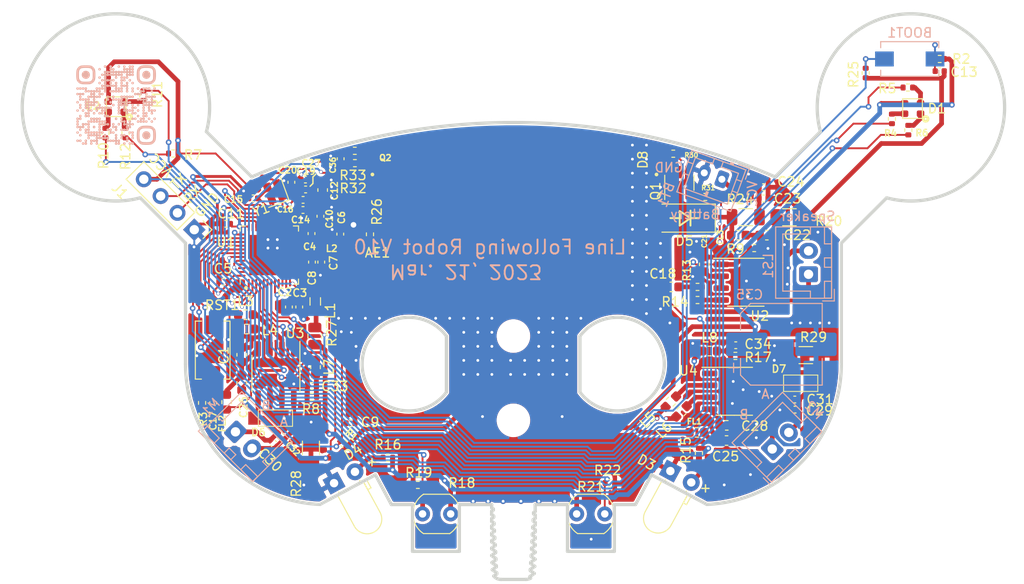
<source format=kicad_pcb>
(kicad_pcb (version 20211014) (generator pcbnew)
  (layers (0 "F.Cu" signal) (31 "B.Cu" signal) (34 "B.Paste" user) (35 "F.Paste" user) (36 "B.SilkS" user "B.Silkscreen") (37 "F.SilkS" user "F.Silkscreen") (38 "B.Mask" user) (39 "F.Mask" user) (44 "Edge.Cuts" user))
  (net 0 "")
  (net 1 "GND")
  (net 2 "/VDDCORE")
  (net 3 "/DCDC_OUT")
  (net 4 "/ANT")
  (net 5 "/XIN")
  (net 6 "/AVDD15")
  (net 7 "/XOUT")
  (net 8 "VCC")
  (net 9 "Net-(BOOT1-Pad2)")
  (net 10 "/AUDIO")
  (net 11 "Net-(C18-Pad2)")
  (net 12 "Net-(C21-Pad1)")
  (net 13 "Net-(D2-Pad1)")
  (net 14 "Net-(D2-Pad2)")
  (net 15 "Net-(D2-Pad4)")
  (net 16 "Net-(D3-Pad2)")
  (net 17 "Net-(D4-Pad2)")
  (net 18 "Net-(AE1-Pad1)")
  (net 19 "Net-(D1-Pad1)")
  (net 20 "Net-(D1-Pad2)")
  (net 21 "Net-(D1-Pad4)")
  (net 22 "Net-(C29-Pad2)")
  (net 23 "Net-(C29-Pad1)")
  (net 24 "Net-(LS1-Pad1)")
  (net 25 "Net-(LS1-Pad2)")
  (net 26 "Net-(C30-Pad2)")
  (net 27 "Net-(C30-Pad1)")
  (net 28 "/S_SD")
  (net 29 "/MC_1")
  (net 30 "/MC_2")
  (net 31 "/MOTOR2A")
  (net 32 "Net-(R13-Pad2)")
  (net 33 "/MOTOR1B")
  (net 34 "/P1")
  (net 35 "/MOTOR1A")
  (net 36 "/P2")
  (net 38 "/BOOT")
  (net 39 "Net-(C9-Pad1)")
  (net 40 "Net-(C17-Pad2)")
  (net 41 "/UART0_TXD")
  (net 42 "/UART0_RXD")
  (net 43 "Net-(L1-Pad2)")
  (net 44 "/LED1_B")
  (net 45 "/LED1_G")
  (net 46 "/LED1_R")
  (net 47 "/LED2_G")
  (net 48 "/LED2_R")
  (net 49 "/LED2_B")
  (net 58 "Net-(C23-Pad1)")
  (net 63 "/MOTOR2B")
  (net 66 "VSS")
  (net 67 "/VCC_LED")
  (net 68 "VEE")
  (net 69 "VDDA")
  (net 70 "VS")
  (net 71 "Net-(C33-Pad1)")
  (net 72 "Net-(C34-Pad1)")
  (net 73 "/GPIO8")
  (net 74 "Net-(D8-Pad1)")
  (net 75 "Net-(D8-Pad2)")
  (net 76 "VD")
  (net 77 "VDD")
  (net 78 "Net-(U3-Pad2)")
  (net 79 "Net-(U3-Pad3)")
  (net 80 "Net-(U4-Pad2)")
  (net 81 "Net-(U4-Pad3)")
  (net 82 "Net-(Q1-Pad2)")
  (net 83 "Net-(Q2-PadE)")
  (net 84 "/GPIO27")
  (footprint "Resistor_SMD:R_0402_1005Metric" (layer "F.Cu") (at 166.57 136.04 90)
    (fp_text reference "R3")
    (fp_text value "1K")
  )
  (footprint "Resistor_SMD:R_0402_1005Metric" (layer "F.Cu") (at 163.5 109.4 180)
    (fp_text reference "R7")
    (fp_text value "10K")
  )
  (footprint "Capacitor_SMD:C_0402_1005Metric" (layer "F.Cu") (at 177.35 114.35)
    (fp_text reference "C16")
    (fp_text value "2.2uF")
  )
  (footprint "USES_Library:SOD-123FL" (layer "F.Cu") (at 230.46 133.94)
    (fp_text reference "D7")
    (fp_text value "SMF5.0CA")
  )
  (footprint "Capacitor_SMD:C_0603_1608Metric" (layer "F.Cu") (at 220.17 121.24 90)
    (fp_text reference "C21")
    (fp_text value "1uF")
  )
  (footprint "Resistor_SMD:R_0402_1005Metric" (layer "F.Cu") (at 178.29 135.4 180)
    (fp_text reference "R8")
    (fp_text value "10K")
  )
  (footprint "LED_THT:LED_D3.0mm_Horizontal_O1.27mm_Z2.0mm" (layer "F.Cu") (at 216.549452 143.320894 -28.5)
    (fp_text reference "D3")
    (fp_text value "LED")
  )
  (footprint "Capacitor_SMD:C_0402_1005Metric" (layer "F.Cu") (at 245.3 100.6)
    (fp_text reference "C13")
    (fp_text value "100nF")
  )
  (footprint "Capacitor_SMD:C_0402_1005Metric" (layer "F.Cu") (at 181.32 118.01 90)
    (fp_text reference "C6")
    (fp_text value "0.6pf NP0")
  )
  (footprint "Capacitor_SMD:C_0402_1005Metric" (layer "F.Cu") (at 177.34 115.43)
    (fp_text reference "C14")
    (fp_text value "10pF")
  )
  (footprint "Package_SO:SOP-8_3.9x4.9mm_P1.27mm" (layer "F.Cu") (at 224.6 123.15)
    (fp_text reference "U2")
    (fp_text value "FM8002A")
  )
  (footprint "Capacitor_SMD:C_0402_1005Metric" (layer "F.Cu") (at 176.938574 125.794108 -90)
    (fp_text reference "C3")
    (fp_text value "2.2uF")
  )
  (footprint "Package_TO_SOT_SMD:SOT-23-3" (layer "F.Cu") (at 217.51 112.52 90)
    (fp_text reference "Q1")
    (fp_text value "S8050")
  )
  (footprint "Capacitor_SMD:C_0402_1005Metric" (layer "F.Cu") (at 175.838574 125.794108 -90)
    (fp_text reference "C2")
    (fp_text value "2.2uF")
  )
  (footprint "Resistor_SMD:R_0402_1005Metric" (layer "F.Cu") (at 182.88 110.43 180)
    (fp_text reference "R32")
    (fp_text value "1K")
  )
  (footprint "Capacitor_SMD:C_0402_1005Metric" (layer "F.Cu") (at 174.18 140.37 135)
    (fp_text reference "C30")
    (fp_text value "100nF")
  )
  (footprint "Resistor_SMD:R_0402_1005Metric" (layer "F.Cu") (at 216.86 109.42)
    (fp_text reference "R30")
    (fp_text value "33R")
  )
  (footprint "USES_Library:XDCR_PT19-21B_L41_TR8" (layer "F.Cu") (at 184.75 109.89 90)
    (fp_text reference "Q2")
    (fp_text value "PT19-21B/L41/TR8")
  )
  (footprint "Capacitor_SMD:C_0402_1005Metric" (layer "F.Cu") (at 229.86 136.76 180)
    (fp_text reference "C29")
    (fp_text value "100nF")
  )
  (footprint "Inductor_SMD:L_0402_1005Metric" (layer "F.Cu") (at 179.75 118.45)
    (fp_text reference "L2")
    (fp_text value "2.5nH")
  )
  (footprint "Resistor_SMD:R_1206_3216Metric" (layer "F.Cu") (at 231.01 130.94 180)
    (fp_text reference "R29")
    (fp_text value "0R")
  )
  (footprint "Package_SO:SOP-8_3.9x4.9mm_P1.27mm" (layer "F.Cu") (at 174.45 132.9 -90)
    (fp_text reference "U3")
    (fp_text value "TC8301")
  )
  (footprint "Resistor_SMD:R_0805_2012Metric" (layer "F.Cu") (at 178.6 128.9 -90)
    (fp_text reference "R27")
    (fp_text value "100R")
  )
  (footprint "Package_DFN_QFN:QFN-48-1EP_6x6mm_P0.4mm_EP4.3x4.3mm" (layer "F.Cu") (at 173.75 120.25 90)
    (fp_text reference "U1")
    (fp_text value "BL706C")
  )
  (footprint "Resistor_SMD:R_0402_1005Metric" (layer "F.Cu") (at 186.4 141.9 180)
    (fp_text reference "R16")
    (fp_text value "47R")
  )
  (footprint "Inductor_SMD:L_0603_1608Metric" (layer "F.Cu") (at 223.81 118.12)
    (fp_text reference "FL3")
    (fp_text value "0R_BLM")
  )
  (footprint "Capacitor_SMD:C_0402_1005Metric" (layer "F.Cu") (at 182.41 138.21)
    (fp_text reference "C9")
    (fp_text value "100nF")
  )
  (footprint "Capacitor_SMD:C_0402_1005Metric" (layer "F.Cu") (at 226.5 114.2)
    (fp_text reference "C23")
    (fp_text value "2.2uF")
  )
  (footprint "Capacitor_SMD:C_0402_1005Metric" (layer "F.Cu") (at 179.29 121 -90)
    (fp_text reference "C7")
    (fp_text value "2.2uF")
  )
  (footprint "Resistor_SMD:R_0402_1005Metric" (layer "F.Cu") (at 219.45 123.65)
    (fp_text reference "R13")
    (fp_text value "20K")
  )
  (footprint "Capacitor_SMD:C_0603_1608Metric" (layer "F.Cu") (at 226.85 118.12)
    (fp_text reference "C22")
    (fp_text value "1uF")
  )
  (footprint "Resistor_SMD:R_1206_3216Metric" (layer "F.Cu") (at 178.19 140.85 90)
    (fp_text reference "R28")
    (fp_text value "0R")
  )
  (footprint "Button_Switch_SMD:SW_SPST_EVQPE1" (layer "F.Cu") (at 167.7 130.4 -90)
    (fp_text reference "RST1")
    (fp_text value "SW_Push")
  )
  (footprint "Capacitor_SMD:C_0603_1608Metric" (layer "F.Cu") (at 222.57 138.44)
    (fp_text reference "C28")
    (fp_text value "10uF")
  )
  (footprint "LED_THT:LED_D3.0mm_Horizontal_O1.27mm_Z2.0mm" (layer "F.Cu") (at 180.653505 144.61379 28.5)
    (fp_text reference "D4")
    (fp_text value "LED")
  )
  (footprint "Capacitor_SMD:C_0603_1608Metric" (layer "F.Cu") (at 170.8 133.9 -90)
    (fp_text reference "C26")
    (fp_text value "10uF")
  )
  (footprint "Capacitor_SMD:C_0402_1005Metric" (layer "F.Cu") (at 177.6 112.18)
    (fp_text reference "C27")
    (fp_text value "100nF")
  )
  (footprint "Resistor_SMD:R_0402_1005Metric" (layer "F.Cu") (at 223.49 131.02)
    (fp_text reference "R17")
    (fp_text value "10K")
  )
  (footprint "Inductor_SMD:L_0603_1608Metric" (layer "F.Cu") (at 217.74 136.95 45)
    (fp_text reference "L6")
    (fp_text value "0R")
  )
  (footprint "Resistor_SMD:R_0402_1005Metric" (layer "F.Cu") (at 181.73 140.42 140)
    (fp_text reference "R1")
    (fp_text value "100K")
  )
  (footprint "Capacitor_SMD:C_0603_1608Metric" (layer "F.Cu") (at 222.55 140.06)
    (fp_text reference "C25")
    (fp_text value "10uF")
  )
  (footprint "Resistor_SMD:R_0402_1005Metric" (layer "F.Cu") (at 184.49 118.03 90)
    (fp_text reference "R26")
    (fp_text value "3k0")
  )
  (footprint "Inductor_SMD:L_0805_2012Metric" (layer "F.Cu") (at 178.65 125.2 90)
    (fp_text reference "L1")
    (fp_text value "2.2uH")
  )
  (footprint "USB A SMD PAD:FM-B2020RGBA-HG" (layer "F.Cu") (at 157.4 104.4 180)
    (fp_text reference "D2")
    (fp_text value "LED_RGBA")
  )
  (footprint "Inductor_SMD:L_0603_1608Metric" (layer "F.Cu") (at 171.34 128.15)
    (fp_text reference "L4")
    (fp_text value "0R")
  )
  (footprint "Capacitor_SMD:C_0402_1005Metric" (layer "F.Cu") (at 168.85 123.1)
    (fp_text reference "C5")
    (fp_text value "2.2uF")
  )
  (footprint "Resistor_SMD:R_0402_1005Metric" (layer "F.Cu") (at 156.25 107.22 -90)
    (fp_text reference "R10")
    (fp_text value "1K")
  )
  (footprint "Resistor_SMD:R_0402_1005Metric" (layer "F.Cu") (at 225.5 119.5 180)
    (fp_text reference "R9")
    (fp_text value "10K")
  )
  (footprint "Resistor_SMD:R_0402_1005Metric" (layer "F.Cu") (at 182.87 109.11)
    (fp_text reference "R33")
    (fp_text value "10K")
  )
  (footprint "Resistor_SMD:R_1206_3216Metric" (layer "F.Cu") (at 229.26 116.21 180)
    (fp_text reference "R20")
    (fp_text value "0R")
  )
  (footprint "Capacitor_SMD:C_0402_1005Metric" (layer "F.Cu") (at 172.02 114.19 180)
    (fp_text reference "C15")
    (fp_text value "12pF")
  )
  (footprint "USES_Library:IR19-21C-TR8" (layer "F.Cu") (at 215.07 109.88 90)
    (fp_text reference "D8")
    (fp_text value "IR19-21C/TR8")
  )
  (footprint "USES_Library:SOD-123FL" (layer "F.Cu") (at 174.4 137.67)
    (fp_text reference "D6")
    (fp_text value "SMF5.0CA")
  )
  (footprint "Capacitor_SMD:C_0603_1608Metric" (layer "F.Cu") (at 216.65 123.65)
    (fp_text reference "C18")
    (fp_text value "0.39uF")
  )
  (footprint "Resistor_SMD:R_1206_3216Metric" (layer "F.Cu") (at 224.6 116.2 180)
    (fp_text reference "R24")
    (fp_text value "3R")
  )
  (footprint "Crystal:Crystal_SMD_2016-4Pin_2.0x1.6mm" (layer "F.Cu") (at 174.3 113.5 110)
    (fp_text reference "Y1")
    (fp_text value "32MHz")
  )
  (footprint "Resistor_SMD:R_0402_1005Metric" (layer "F.Cu") (at 240.2 105.7 -90)
    (fp_text reference "R4")
    (fp_text value "1K")
  )
  (footprint "Inductor_SMD:L_0603_1608Metric" (layer "F.Cu") (at 220.74 130.5)
    (fp_text reference "L8")
    (fp_text value "0R")
  )
  (footprint "Capacitor_SMD:C_0402_1005Metric" (layer "F.Cu") (at 229.83 135.68 180)
    (fp_text reference "C31")
    (fp_text value "100nF")
  )
  (footprint "Diode_SMD:D_MELF" (layer "F.Cu") (at 218.05 116.3 180)
    (fp_text reference "D5")
    (fp_text value "ZM4728A")
  )
  (footprint "Capacitor_SMD:C_0603_1608Metric" (layer "F.Cu") (at 179.44 113.3 90)
    (fp_text reference "C12")
    (fp_text value "10uF")
  )
  (footprint "Inductor_SMD:L_0603_1608Metric" (layer "F.Cu") (at 219.38 139.19)
    (fp_text reference "FL1")
    (fp_text value "0R_BLM")
  )
  (footprint "Resistor_SMD:R_0402_1005Metric" (layer "F.Cu") (at 160.3 103.22 90)
    (fp_text reference "R11")
    (fp_text value "1K")
  )
  (footprint "OptoDevice:R_LDR_5.0x4.1mm_P3mm_Vertical" (layer "F.Cu") (at 193.1 147.9 180)
    (fp_text reference "R18")
    (fp_text value "GL5516")
  )
  (footprint "Resistor_SMD:R_0402_1005Metric" (layer "F.Cu") (at 189.6 144.8 180)
    (fp_text reference "R19")
    (fp_text value "10K")
  )
  (footprint "USB A SMD PAD:FM-B2020RGBA-HG" (layer "F.Cu") (at 242.4 104.6 180)
    (fp_text reference "D1")
    (fp_text value "LED_RGBA")
  )
  (footprint "Capacitor_SMD:C_0402_1005Metric" (layer "F.Cu") (at 178.29 134.24 180)
    (fp_text reference "C33")
    (fp_text value "1uF")
  )
  (footprint "Resistor_SMD:R_0402_1005Metric" (layer "F.Cu") (at 219.6 141.4 -90)
    (fp_text reference "R15")
    (fp_text value "47R")
  )
  (footprint "Resistor_SMD:R_0402_1005Metric" (layer "F.Cu") (at 210.1 144.6)
    (fp_text reference "R22")
    (fp_text value "10K")
  )
  (footprint "MountingHole:MountingHole_3mm" (layer "F.Cu") (at 199.8 137.9 90)
    (fp_text reference "H2")
    (fp_text value "MountingHole")
  )
  (footprint "Capacitor_SMD:C_0603_1608Metric" (layer "F.Cu") (at 170.8 130.9 90)
    (fp_text reference "C1")
    (fp_text value "10uF")
  )
  (footprint "Resistor_SMD:R_0402_1005Metric" (layer "F.Cu") (at 241.95 106.9 -90)
    (fp_text reference "R6")
    (fp_text value "1K")
  )
  (footprint "Capacitor_SMD:C_0402_1005Metric" (layer "F.Cu") (at 167.75 136.04 90)
    (fp_text reference "C17")
    (fp_text value "100nF")
  )
  (footprint "Resistor_SMD:R_0402_1005Metric" (layer "F.Cu") (at 237.4 100.8 90)
    (fp_text reference "R25")
    (fp_text value "47K")
  )
  (footprint "Capacitor_SMD:C_0402_1005Metric" (layer "F.Cu") (at 179.2 116.1 -90)
    (fp_text reference "C10")
    (fp_text value "10pF")
  )
  (footprint "Resistor_SMD:R_0402_1005Metric" (layer "F.Cu") (at 219.45 125.05)
    (fp_text reference "R14")
    (fp_text value "20K")
  )
  (footprint "Inductor_SMD:L_0603_1608Metric" (layer "F.Cu") (at 171.2 126.62)
    (fp_text reference "L3")
    (fp_text value "0R")
  )
  (footprint "Capacitor_SMD:C_0402_1005Metric" (layer "F.Cu") (at 176.1 112.47 90)
    (fp_text reference "C20")
    (fp_text value "12pF")
  )
  (footprint "Resistor_SMD:R_0402_1005Metric" (layer "F.Cu") (at 220.28 114.04)
    (fp_text reference "R31")
    (fp_text value "10K")
  )
  (footprint "Inductor_SMD:L_0603_1608Metric" (layer "F.Cu") (at 178.68 132.22 -90)
    (fp_text reference "L7")
    (fp_text value "0R")
  )
  (footprint "Capacitor_SMD:C_0402_1005Metric" (layer "F.Cu") (at 177.62 113.24)
    (fp_text reference "C19")
    (fp_text value "10pF")
  )
  (footprint "OptoDevice:R_LDR_5.0x4.1mm_P3mm_Vertical" (layer "F.Cu") (at 206.55 147.9)
    (fp_text reference "R21")
    (fp_text value "GL5516")
  )
  (footprint "Capacitor_SMD:C_0402_1005Metric" (layer "F.Cu") (at 223.53 129.88)
    (fp_text reference "C34")
    (fp_text value "1uF")
  )
  (footprint "Capacitor_SMD:C_0402_1005Metric" (layer "F.Cu") (at 178.25 117.95 90)
    (fp_text reference "C4")
    (fp_text value "4.8pf NP0")
  )
  (footprint "Capacitor_SMD:C_0402_1005Metric" (layer "F.Cu") (at 178.3 121 -90)
    (fp_text reference "C8")
    (fp_text value "2.2uF")
  )
  (footprint "Capacitor_SMD:C_0402_1005Metric" (layer "F.Cu") (at 174.98 139.62 135)
    (fp_text reference "C32")
    (fp_text value "100nF")
  )
  (footprint "Capacitor_SMD:C_0402_1005Metric" (layer "F.Cu") (at 169.11 116.91)
    (fp_text reference "C11")
    (fp_text value "2.2uF")
  )
  (footprint "Capacitor_SMD:C_0402_1005Metric" (layer "F.Cu") (at 226.5 113)
    (fp_text reference "C24")
    (fp_text value "100nF")
  )
  (footprint "Inductor_SMD:L_0603_1608Metric" (layer "F.Cu") (at 216.6 135.91 45)
    (fp_text reference "L5")
    (fp_text value "0R")
  )
  (footprint "Inductor_SMD:L_0603_1608Metric" (layer "F.Cu") (at 169.19 135.96 90)
    (fp_text reference "FL2")
    (fp_text value "0R_BLM")
  )
  (footprint "Resistor_SMD:R_0402_1005Metric" (layer "F.Cu") (at 245.3 99.3)
    (fp_text reference "R2")
    (fp_text value "1K")
  )
  (footprint "Connector_PinHeader_2.54mm:PinHeader_1x04_P2.54mm_Vertical" (layer "F.Cu") (at 165.737006 117.537006 -135)
    (fp_text reference "J1")
    (fp_text value "Conn_01x04_Male")
  )
  (footprint "Resistor_SMD:R_0402_1005Metric" (layer "F.Cu") (at 158.4 107.22 -90)
    (fp_text reference "R12")
    (fp_text value "1K")
  )
  (footprint "Resistor_SMD:R_0402_1005Metric" (layer "F.Cu") (at 241.9 102.35 180)
    (fp_text reference "R5")
    (fp_text value "1K")
  )
  (footprint "Package_SO:SOP-8_3.9x4.9mm_P1.27mm" (layer "F.Cu") (at 223.37 134.8)
    (fp_text reference "U4")
    (fp_text value "TC8301")
  )
  (footprint "MountingHole:MountingHole_3mm" (layer "F.Cu") (at 199.8 128.9 90)
    (fp_text reference "H1")
    (fp_text value "MountingHole")
  )
  (footprint "Capacitor_SMD:C_0402_1005Metric" (layer "F.Cu") (at 181.36 109.96 90)
    (fp_text reference "C36")
    (fp_text value "1nF")
  )
  (footprint "USB A SMD PAD:BLE_2437_LOOP_2" (layer "F.Cu") (at 182.73 118.02 180)
    (fp_text reference "AE1")
    (fp_text value "Antenna_Loop")
  )
  (footprint "2023_03_22" (layer "B.Cu") (at 157.39 104.22 180)
    (fp_text reference "G***" hide)
    (fp_text value "LOGO" hide)
  )
  (footprint "Capacitor_SMD:CP_Elec_8x10.5" (layer "B.Cu") (at 228.4 129.78)
    (fp_text reference "C35")
    (fp_text value "1000uF")
  )
  (footprint "Button_Switch_SMD:SW_SPST_EVQPE1" (layer "B.Cu") (at 242.1 99.3)
    (fp_text reference "BOOT1")
    (fp_text value "SW_Push")
  )
  (footprint "Connector_JST:JST_XH_B2B-XH-A_1x02_P2.50mm_Vertical" (layer "B.Cu") (at 231.3 122.3 90)
    (fp_text reference "LS1")
    (fp_text value "Speaker")
  )
  (footprint "Connector_JST:JST_PH_B2B-PH-K_1x02_P2.00mm_Vertical" (layer "B.Cu") (at 222.05 112.15 160)
    (fp_text reference "BT1")
    (fp_text value "Battery")
  )
  (footprint "Connector_JST:JST_XH_B2B-XH-A_1x02_P2.50mm_Vertical" (layer "B.Cu") (at 170.132233 139.132233 -45)
    (fp_text reference "M1")
    (fp_text value "Conn_01x02_Male")
  )
  (footprint "Connector_JST:JST_XH_B2B-XH-A_1x02_P2.50mm_Vertical" (layer "B.Cu") (at 227.427348 140.965115 45)
    (fp_text reference "M2")
    (fp_text value "Conn_01x02_Male")
  )
  (gr_line (start 178.7 111.6) (end 178.4 111.9) (layer "F.SilkS") (width 0.15))
  (gr_line (start 178.4 111.9) (end 178.4 112.6) (layer "F.SilkS") (width 0.15))
  (gr_line (start 178.4 112.6) (end 178.1 112.9) (layer "F.SilkS") (width 0.15))
  (gr_line (start 186.772778 146.9) (end 185.071026 143.720923) (layer "Edge.Cuts") (width 0.35))
  (gr_line (start 202.124997 148.799033) (end 202.124997 149.09696) (layer "Edge.Cuts") (width 0.35))
  (gr_arc (start 179.157823 146.886247) (mid 168.968733 142.277074) (end 164.8 131.899999) (layer "Edge.Cuts") (width 0.35))
  (gr_line (start 197.475003 151.621374) (end 197.475003 151.547812) (layer "Edge.Cuts") (width 0.35))
  (gr_line (start 210.570004 151.9) (end 210.570004 146.9) (layer "Edge.Cuts") (width 0.35))
  (gr_line (start 197.475003 149.972678) (end 197.772854 149.764105) (layer "Edge.Cuts") (width 0.35))
  (gr_line (start 167.032849 107.061789) (end 171.87106 111.9) (layer "Edge.Cuts") (width 0.35))
  (gr_line (start 201.628537 154.763968) (end 201.560483 154.716315) (layer "Edge.Cuts") (width 0.35))
  (gr_line (start 232.567151 107.061789) (end 227.72894 111.9) (layer "Edge.Cuts") (width 0.35))
  (gr_line (start 202.124997 148.368506) (end 201.90672 148.521338) (layer "Edge.Cuts") (width 0.35))
  (gr_line (start 186.772778 146.9) (end 189.029995 146.9) (layer "Edge.Cuts") (width 0.35))
  (gr_line (start 197.475003 152.351584) (end 197.475003 152.335379) (layer "Edge.Cuts") (width 0.35))
  (gr_line (start 197.977612 153.558585) (end 197.977612 153.433737) (layer "Edge.Cuts") (width 0.35))
  (gr_line (start 197.475003 150.89115) (end 197.475003 150.760245) (layer "Edge.Cuts") (width 0.35))
  (gr_line (start 205.570004 146.9) (end 202.124997 146.9) (layer "Edge.Cuts") (width 0.35))
  (gr_line (start 202.124997 149.588095) (end 201.863446 149.404959) (layer "Edge.Cuts") (width 0.35))
  (gr_line (start 202.034787 154.25936) (end 201.603756 153.957556) (layer "Edge.Cuts") (width 0.35))
  (gr_line (start 202.124997 150.377173) (end 201.820157 150.163718) (layer "Edge.Cuts") (width 0.35))
  (gr_line (start 205.570004 151.9) (end 210.570004 151.9) (layer "Edge.Cuts") (width 0.35))
  (gr_line (start 201.603756 153.832709) (end 201.603756 153.957556) (layer "Edge.Cuts") (width 0.35))
  (gr_line (start 201.863446 149.280112) (end 201.863446 149.404959) (layer "Edge.Cuts") (width 0.35))
  (gr_line (start 194.029995 146.9) (end 194.029995 151.9) (layer "Edge.Cuts") (width 0.35))
  (gr_line (start 197.475003 148.397528) (end 197.690945 148.246313) (layer "Edge.Cuts") (width 0.35))
  (gr_arc (start 234.8 131.9) (mid 230.631266 142.277075) (end 220.442176 146.886247) (layer "Edge.Cuts") (width 0.35))
  (gr_line (start 202.124997 149.588095) (end 202.124997 149.82543) (layer "Edge.Cuts") (width 0.35))
  (gr_line (start 201.69032 152.315176) (end 201.69032 152.440024) (layer "Edge.Cuts") (width 0.35))
  (gr_line (start 202.124997 150.553885) (end 201.776883 150.797644) (layer "Edge.Cuts") (width 0.35))
  (gr_line (start 197.475003 150.760245) (end 197.813809 150.523001) (layer "Edge.Cuts") (width 0.35))
  (gr_line (start 194.029995 151.9) (end 189.029995 151.9) (layer "Edge.Cuts") (width 0.35))
  (gr_arc (start 232.567149 107.061784) (mid 249.297474 97.402525) (end 239.638217 114.132851) (layer "Edge.Cuts") (width 0.35))
  (gr_line (start 197.475003 147.240042) (end 197.650006 147.36257) (layer "Edge.Cuts") (width 0.35))
  (gr_line (start 202.124997 148.009955) (end 201.949994 147.887427) (layer "Edge.Cuts") (width 0.35))
  (gr_line (start 202.124997 149.82543) (end 201.820157 150.03887) (layer "Edge.Cuts") (width 0.35))
  (gr_line (start 202.078061 153.500601) (end 201.64703 153.198782) (layer "Edge.Cuts") (width 0.35))
  (gr_line (start 202.124997 151.282355) (end 201.733594 151.556418) (layer "Edge.Cuts") (width 0.35))
  (gr_line (start 202.124997 151.166251) (end 202.124997 151.282355) (layer "Edge.Cuts") (width 0.35))
  (gr_line (start 197.545331 153.861273) (end 198.018567 154.192648) (layer "Edge.Cuts") (width 0.35))
  (gr_line (start 197.475003 152.351584) (end 197.936657 152.674857) (layer "Edge.Cuts") (width 0.35))
  (gr_line (start 202.124997 146.9) (end 202.124997 147.640036) (layer "Edge.Cuts") (width 0.35))
  (gr_line (start 202.034787 154.25936) (end 201.560483 154.591483) (layer "Edge.Cuts") (width 0.35))
  (gr_line (start 197.650006 147.487418) (end 197.650006 147.36257) (layer "Edge.Cuts") (width 0.35))
  (gr_line (start 197.475003 147.970267) (end 197.475003 147.609961) (layer "Edge.Cuts") (width 0.35))
  (gr_arc (start 206.899995 128.9) (mid 215.905206 131.9) (end 206.899995 134.9) (layer "Edge.Cuts") (width 0.35))
  (gr_line (start 197.936657 152.799689) (end 197.936657 152.674857) (layer "Edge.Cuts") (width 0.35))
  (gr_line (start 197.475003 152.335379) (end 197.895718 152.040793) (layer "Edge.Cuts") (width 0.35))
  (gr_line (start 197.475003 147.240042) (end 197.475003 146.9) (layer "Edge.Cuts") (width 0.35))
  (gr_line (start 202.124997 151.166251) (end 201.776883 150.922491) (layer "Edge.Cuts") (width 0.35))
  (gr_line (start 212.827221 146.9) (end 210.570004 146.9) (layer "Edge.Cuts") (width 0.35))
  (gr_arc (start 159.961784 114.132851) (mid 150.302525 97.402526) (end 167.032851 107.061783) (layer "Edge.Cuts") (width 0.35))
  (gr_line (start 197.475003 147.970267) (end 197.690945 148.121481) (layer "Edge.Cuts") (width 0.35))
  (gr_line (start 201.560483 154.591483) (end 201.560483 154.716315) (layer "Edge.Cuts") (width 0.35))
  (gr_line (start 202.124997 149.09696) (end 201.863446 149.280112) (layer "Edge.Cuts") (width 0.35))
  (gr_line (start 197.475003 147.609961) (end 197.650006 147.487418) (layer "Edge.Cuts") (width 0.35))
  (gr_line (start 202.078061 153.500601) (end 201.603756 153.832709) (layer "Edge.Cuts") (width 0.35))
  (gr_line (start 197.504376 153.102377) (end 197.977612 153.433737) (layer "Edge.Cuts") (width 0.35))
  (gr_line (start 197.475003 150.160925) (end 197.813809 150.398154) (layer "Edge.Cuts") (width 0.35))
  (gr_line (start 202.124997 148.799033) (end 201.90672 148.646185) (layer "Edge.Cuts") (width 0.35))
  (gr_line (start 197.690945 148.246313) (end 197.690945 148.121481) (layer "Edge.Cuts") (width 0.35))
  (gr_line (start 164.8 131.9) (end 164.8 118.97106) (layer "Edge.Cuts") (width 0.35))
  (gr_line (start 214.528973 143.720923) (end 220.442181 146.886252) (layer "Edge.Cuts") (width 0.35))
  (gr_line (start 201.733594 151.556418) (end 201.733594 151.68125) (layer "Edge.Cuts") (width 0.35))
  (gr_line (start 197.504376 153.102377) (end 197.936657 152.799689) (layer "Edge.Cuts") (width 0.35))
  (gr_line (start 202.124997 150.377173) (end 202.124997 150.553885) (layer "Edge.Cuts") (width 0.35))
  (gr_line (start 201.90672 148.521338) (end 201.90672 148.646185) (layer "Edge.Cuts") (width 0.35))
  (gr_line (start 239.638211 114.132849) (end 234.8 118.97106) (layer "Edge.Cuts") (width 0.35))
  (gr_line (start 198.018567 154.31748) (end 198.018567 154.192648) (layer "Edge.Cuts") (width 0.35))
  (gr_line (start 185.071026 143.720923) (end 179.157818 146.886252) (layer "Edge.Cuts") (width 0.35))
  (gr_line (start 197.7319 149.005209) (end 197.7319 148.880362) (layer "Edge.Cuts") (width 0.35))
  (gr_line (start 234.8 131.9) (end 234.8 118.97106) (layer "Edge.Cuts") (width 0.35))
  (gr_arc (start 192.650006 134.9) (mid 183.650006 131.9) (end 192.650006 128.9) (layer "Edge.Cuts") (width 0.35))
  (gr_line (start 197.854764 151.281897) (end 197.854764 151.157065) (layer "Edge.Cuts") (width 0.35))
  (gr_line (start 202.124997 148.009955) (end 202.124997 148.368506) (layer "Edge.Cuts") (width 0.35))
  (gr_line (start 197.475003 151.547812) (end 197.854764 151.281897) (layer "Edge.Cuts") (width 0.35))
  (gr_line (start 197.545331 153.861273) (end 197.977612 153.558585) (layer "Edge.Cuts") (width 0.35))
  (gr_line (start 197.475003 150.89115) (end 197.854764 151.157065) (layer "Edge.Cuts") (width 0.35))
  (gr_line (start 197.475003 148.700491) (end 197.475003 148.397528) (layer "Edge.Cuts") (width 0.35))
  (gr_line (start 197.813809 150.523001) (end 197.813809 150.398154) (layer "Edge.Cuts") (width 0.35))
  (gr_line (start 202.124997 147.640036) (end 201.949994 147.762579) (layer "Edge.Cuts") (width 0.35))
  (gr_arc (start 201.628531 154.763976) (mid 201.385788 154.865395) (end 201.124997 154.9) (layer "Edge.Cuts") (width 0.35))
  (gr_line (start 202.12135 152.741827) (end 201.64703 153.07395) (layer "Edge.Cuts") (width 0.35))
  (gr_line (start 197.895718 152.040793) (end 197.895718 151.915945) (layer "Edge.Cuts") (width 0.35))
  (gr_line (start 201.820157 150.03887) (end 201.820157 150.163718) (layer "Edge.Cuts") (width 0.35))
  (gr_line (start 201.949994 147.762579) (end 201.949994 147.887427) (layer "Edge.Cuts") (width 0.35))
  (gr_line (start 197.475003 150.160925) (end 197.475003 149.972678) (layer "Edge.Cuts") (width 0.35))
  (gr_line (start 197.475003 148.700491) (end 197.7319 148.880362) (layer "Edge.Cuts") (width 0.35))
  (gr_line (start 202.124997 151.955313) (end 201.733594 151.68125) (layer "Edge.Cuts") (width 0.35))
  (gr_arc (start 171.871068 111.899997) (mid 199.800001 106.087027) (end 227.728934 111.899998) (layer "Edge.Cuts") (width 0.35))
  (gr_line (start 205.570004 146.9) (end 205.570004 151.9) (layer "Edge.Cuts") (width 0.35))
  (gr_line (start 197.475003 149.185095) (end 197.7319 149.005209) (layer "Edge.Cuts") (width 0.35))
  (gr_line (start 197.475003 149.430701) (end 197.475003 149.185095) (layer "Edge.Cuts") (width 0.35))
  (gr_arc (start 198.475003 154.9) (mid 198.049217 154.804824) (end 197.70448 154.537413) (layer "Edge.Cuts") (width 0.35))
  (gr_line (start 197.772854 149.764105) (end 197.772854 149.639273) (layer "Edge.Cuts") (width 0.35))
  (gr_line (start 202.12135 152.741827) (end 201.69032 152.440024) (layer "Edge.Cuts") (width 0.35))
  (gr_line (start 201.124997 154.9) (end 198.475003 154.9) (layer "Edge.Cuts") (width 0.35))
  (gr_line (start 202.124997 152.010809) (end 201.69032 152.315176) (layer "Edge.Cuts") (width 0.35))
  (gr_line (start 197.475003 151.621374) (end 197.895718 151.915945) (layer "Edge.Cuts") (width 0.35))
  (gr_line (start 197.70448 154.537405) (end 198.018567 154.31748) (layer "Edge.Cuts") (width 0.35))
  (gr_line (start 206.899995 134.9) (end 206.899995 128.9) (layer "Edge.Cuts") (width 0.35))
  (gr_line (start 194.029995 146.9) (end 197.475003 146.9) (layer "Edge.Cuts") (width 0.35))
  (gr_line (start 201.64703 153.07395) (end 201.64703 153.198782) (layer "Edge.Cuts") (width 0.35))
  (gr_line (start 192.650006 134.9) (end 192.650006 128.9) (layer "Edge.Cuts") (width 0.35))
  (gr_line (start 159.961789 114.132849) (end 164.8 118.97106) (layer "Edge.Cuts") (width 0.35))
  (gr_line (start 212.827221 146.9) (end 214.528973 143.720923) (layer "Edge.Cuts") (width 0.35))
  (gr_line (start 201.776883 150.797644) (end 201.776883 150.922491) (layer "Edge.Cuts") (width 0.35))
  (gr_line (start 202.124997 151.955313) (end 202.124997 152.010809) (layer "Edge.Cuts") (width 0.35))
  (gr_line (start 189.029995 151.9) (end 189.029995 146.9) (layer "Edge.Cuts") (width 0.35))
  (gr_line (start 197.475003 149.430701) (end 197.772854 149.639273) (layer "Edge.Cuts") (width 0.35))
  (gr_text "A" (at 226.7 135.1) (layer "B.SilkS") (effects (font (size 1 1)) (justify mirror)))
  (gr_text "Battery" (at 219.2 115.9) (layer "B.SilkS") (effects (font (size 1 1)) (justify mirror)))
  (gr_text "Line Following Robot V10" (at 197.3 119.4) (layer "B.SilkS") (effects (font (size 1.5 1.5) (thickness 0.2)) (justify mirror)))
  (gr_text "Mar. 21, 2023" (at 194.73 122.02 180) (layer "B.SilkS") (effects (font (size 1.5 1.5) (thickness 0.2)) (justify mirror)))
  (gr_text "B" (at 224.4 137.3) (layer "B.SilkS") (effects (font (size 1 1)) (justify mirror)))
  (gr_text "Speaker" (at 231.2 116.1) (layer "B.SilkS") (effects (font (size 1 1)) (justify mirror)))
  (gr_text "GND" (at 216.4 110.9) (layer "B.SilkS") (effects (font (size 1 1)) (justify mirror)))
  (gr_text "B" (at 173.4 136.3) (layer "B.SilkS") (effects (font (size 1 1)) (justify mirror)))
  (gr_text "A" (at 175.3 138) (layer "B.SilkS") (effects (font (size 1 1)) (justify mirror)))
  (gr_text "VCC" (at 225.3 113.7 90) (layer "B.SilkS") (effects (font (size 1 1)) (justify mirror)))
  (gr_text "RX" (at 165.6 113.8 45) (layer "F.SilkS") (effects (font (size 1 1))))
  (gr_text "VCC" (at 162.2 110.6 135) (layer "F.SilkS") (effects (font (size 1 1))))
  (gr_text "+" (at 220.3 145.1) (layer "F.SilkS") (effects (font (size 1 1))))
  (gr_text "GND" (at 167.1 114.9 45) (layer "F.SilkS") (effects (font (size 1 1))))
  (gr_text "+" (at 184.7 142.3) (layer "F.SilkS") (effects (font (size 1 1))))
  (gr_text "TX" (at 164.09 112.38 45) (layer "F.SilkS") (effects (font (size 1 1))))
  (segment (start 245.54048 101.35952) (end 245.78 101.12) (width 0.5) (layer "F.Cu") (net 1))
  (segment (start 182.36 109.11) (end 181.73 109.11) (width 0.5) (layer "F.Cu") (net 1))
  (segment (start 243.37 108.33) (end 239.07 108.33) (width 0.5) (layer "F.Cu") (net 1))
  (segment (start 174.083313 112.16) (end 173.16 112.16) (width 0.2) (layer "F.Cu") (net 1))
  (segment (start 174.577417 112.654104) (end 174.945896 112.654104) (width 0.2) (layer "F.Cu") (net 1))
  (segment (start 168.37 123.52) (end 167.7905 124.0995) (width 0.2) (layer "F.Cu") (net 1))
  (segment (start 237.4 101.31) (end 237.44952 101.35952) (width 0.5) (layer "F.Cu") (net 1))
  (segment (start 174.022583 114.345896) (end 174.022583 114.722583) (width 0.2) (layer "F.Cu") (net 1))
  (segment (start 167.7905 124.0995) (end 167.7905 124.567099) (width 0.2) (layer "F.Cu") (net 1))
  (segment (start 180.474142 117.53) (end 181.32 117.53) (width 0.5) (layer "F.Cu") (net 1))
  (segment (start 174.577417 112.654104) (end 174.083313 112.16) (width 0.2) (layer "F.Cu") (net 1))
  (segment (start 173.16 112.16) (end 172.5 112.82) (width 0.2) (layer "F.Cu") (net 1))
  (segment (start 231.19 116.21) (end 230.7225 116.21) (width 0.5) (layer "F.Cu") (net 1))
  (segment (start 245.78 101.12) (end 245.5 101.4) (width 0.5) (layer "F.Cu") (net 1))
  (segment (start 174.022583 114.722583) (end 174.5 115.2) (width 0.2) (layer "F.Cu") (net 1))
  (segment (start 168.2 116.63) (end 168.5 116.93) (width 0.3) (layer "F.Cu") (net 1))
  (segment (start 171.62 113.95) (end 171.62 114.02) (width 0.2) (layer "F.Cu") (net 1))
  (segment (start 177.4 127.1) (end 176.95 126.65) (width 0.2) (layer "F.Cu") (net 1))
  (segment (start 171 113.235718) (end 171 113.4) (width 0.3) (layer "F.Cu") (net 1))
  (segment (start 172.5 113.07) (end 171.62 113.95) (width 0.2) (layer "F.Cu") (net 1))
  (segment (start 169.614762 111.85048) (end 171 113.235718) (width 0.3) (layer "F.Cu") (net 1))
  (segment (start 168.37 123.1) (end 168.37 123.52) (width 0.2) (layer "F.Cu") (net 1))
  (segment (start 245.5 101.4) (end 245.5 106.2) (width 0.5) (layer "F.Cu") (net 1))
  (segment (start 176.95 126.65) (end 176.95 126.53) (width 0.2) (layer "F.Cu") (net 1))
  (segment (start 174.945896 112.654104) (end 175.3 112.3) (width 0.2) (layer "F.Cu") (net 1))
  (segment (start 180.481088 109.48) (end 180.3 109.661088) (width 0.5) (layer "F.Cu") (net 1))
  (segment (start 239.07 108.33) (end 231.19 116.21) (width 0.5) (layer "F.Cu") (net 1))
  (segment (start 172.5 112.82) (end 172.5 113.07) (width 0.2) (layer "F.Cu") (net 1))
  (segment (start 230.7225 115.7825) (end 229.14 114.2) (width 0.5) (layer "F.Cu") (net 1))
  (segment (start 177.83 115.67) (end 177.2 116.3) (width 0.2) (layer "F.Cu") (net 1))
  (segment (start 245.5 106.2) (end 243.37 108.33) (width 0.5) (layer "F.Cu") (net 1))
  (segment (start 175.3 112.3) (end 175.79 112.3) (width 0.2) (layer "F.Cu") (net 1))
  (segment (start 165.6 111.9) (end 165.64952 111.85048) (width 0.3) (layer "F.Cu") (net 1))
  (segment (start 168.2 114.5) (end 168.2 116.63) (width 0.3) (layer "F.Cu") (net 1))
  (segment (start 171.62 114.02) (end 171 113.4) (width 0.2) (layer "F.Cu") (net 1))
  (segment (start 245.78 101.12) (end 245.78 100.6) (width 0.5) (layer "F.Cu") (net 1))
  (segment (start 181.36 109.48) (end 180.481088 109.48) (width 0.5) (layer "F.Cu") (net 1))
  (segment (start 167.7905 124.567099) (end 168.423401 125.2) (width 0.2) (layer "F.Cu") (net 1))
  (segment (start 168.423401 125.2) (end 168.79 125.2) (width 0.2) (layer "F.Cu") (net 1))
  (segment (start 177.83 115.35) (end 177.83 115.67) (width 0.2) (layer "F.Cu") (net 1))
  (segment (start 237.44952 101.35952) (end 245.54048 101.35952) (width 0.5) (layer "F.Cu") (net 1))
  (segment (start 168.5 116.93) (end 166.344012 116.93) (width 0.3) (layer "F.Cu") (net 1))
  (segment (start 175.79 112.3) (end 176.1 111.99) (width 0.2) (layer "F.Cu") (net 1))
  (segment (start 165.64952 111.85048) (end 169.614762 111.85048) (width 0.3) (layer "F.Cu") (net 1))
  (segment (start 181.73 109.11) (end 181.36 109.48) (width 0.5) (layer "F.Cu") (net 1))
  (segment (start 229.14 114.2) (end 226.98 114.2) (width 0.5) (layer "F.Cu") (net 1))
  (segment (start 166.344012 116.93) (end 165.737006 117.537006) (width 0.3) (layer "F.Cu") (net 1))
  (via (at 205 137.5) (size 0.6) (drill 0.3) (layers "F.Cu" "B.Cu") (net 1))
  (via (at 197.102334 146.547005) (size 0.6) (drill 0.3) (layers "F.Cu" "B.Cu") (net 1))
  (via (at 197.5 127) (size 0.6) (drill 0.3) (layers "F.Cu" "B.Cu") (net 1))
  (via (at 202.5 130) (size 0.6) (drill 0.3) (layers "F.Cu" "B.Cu") (net 1))
  (via (at 183 130) (size 0.6) (drill 0.3) (layers "F.Cu" "B.Cu") (net 1))
  (via (at 181.42761 128.434814) (size 0.6) (drill 0.3) (layers "F.Cu" "B.Cu") (net 1))
  (via (at 224.411089 114.311089) (size 0.6) (drill 0.3) (layers "F.Cu" "B.Cu") (net 1))
  (via (at 212.5 122) (size 0.6) (drill 0.3) (layers "F.Cu" "B.Cu") (net 1))
  (via (at 232.3 117.8) (size 0.6) (drill 0.3) (layers "F.Cu" "B.Cu") (net 1))
  (via (at 224.9 111.6) (size 0.6) (drill 0.3) (layers "F.Cu" "B.Cu") (net 1))
  (via (at 204 128.5) (size 0.6) (drill 0.3) (layers "F.Cu" "B.Cu") (net 1))
  (via (at 204 133) (size 0.6) (drill 0.3) (layers "F.Cu" "B.Cu") (net 1))
  (via (at 193 127) (size 0.6) (drill 0.3) (layers "F.Cu" "B.Cu") (net 1))
  (via (at 196.5 137.5) (size 0.6) (drill 0.3) (layers "F.Cu" "B.Cu") (net 1))
  (via (at 214 114.5) (size 0.6) (drill 0.3) (layers "F.Cu" "B.Cu") (net 1))
  (via (at 174.6 119.5) (size 0.6) (drill 0.3) (layers "F.Cu" "B.Cu") (net 1))
  (via (at 180.29 110.860088) (size 0.6) (drill 0.3) (layers "F.Cu" "B.Cu") (net 1))
  (via (at 202.5 128.5) (size 0.6) (drill 0.3) (layers "F.Cu" "B.Cu") (net 1))
  (via (at 212.5 125) (size 0.6) (drill 0.3) (layers "F.Cu" "B.Cu") (net 1))
  (via (at 174.6 118.6) (size 0.6) (drill 0.3) (layers "F.Cu" "B.Cu") (net 1))
  (via (at 194.5 128.5) (size 0.6) (drill 0.3) (layers "F.Cu" "B.Cu") (net 1))
  (via (at 180.3 109.661088) (size 0.6) (drill 0.3) (layers "F.Cu" "B.Cu") (net 1))
  (via (at 231.5 127.5) (size 0.6) (drill 0.3) (layers "F.Cu" "B.Cu") (net 1))
  (via (at 212.5 114.5) (size 0.6) (drill 0.3) (layers "F.Cu" "B.Cu") (net 1))
  (via (at 168.79 125.2) (size 0.4) (drill 0.3) (layers "F.Cu" "B.Cu") (net 1))
  (via (at 204.2 146.547005) (size 0.6) (drill 0.3) (layers "F.Cu" "B.Cu") (net 1))
  (via (at 204 127) (size 0.6) (drill 0.3) (layers "F.Cu" "B.Cu") (net 1))
  (via (at 196 128.5) (size 0.6) (drill 0.3) (layers "F.Cu" "B.Cu") (net 1))
  (via (at 182.5 128.5) (size 0.6) (drill 0.3) (layers "F.Cu" "B.Cu") (net 1))
  (via (at 180.39 116.22) (size 0.6) (drill 0.3) (layers "F.Cu" "B.Cu") (net 1))
  (via (at 205.5 128.5) (size 0.6) (drill 0.3) (layers "F.Cu" "B.Cu") (net 1))
  (via (at 225.1 143.7) (size 0.6) (drill 0.3) (layers "F.Cu" "B.Cu") (net 1))
  (via (at 197.5 133) (size 0.6) (drill 0.3) (layers "F.Cu" "B.Cu") (net 1))
  (via (at 171 113.4) (size 0.6) (drill 0.3) (layers "F.Cu" "B.Cu") (net 1))
  (via (at 205.5 133) (size 0.6) (drill 0.3) (layers "F.Cu" "B.Cu") (net 1))
  (via (at 214 113) (size 0.6) (drill 0.3) (layers "F.Cu" "B.Cu") (net 1))
  (via (at 212.5 110) (size 0.6) (drill 0.3) (layers "F.Cu" "B.Cu") (net 1))
  (via (at 212.5 117.5) (size 0.6) (drill 0.3) (layers "F.Cu" "B.Cu") (net 1))
  (via (at 179.2 122.4) (size 0.6) (drill 0.3) (layers "F.Cu" "B.Cu") (net 1))
  (via (at 196 131.5) (size 0.6) (drill 0.3) (layers "F.Cu" "B.Cu") (net 1))
  (via (at 174.5 115.2) (size 0.6) (drill 0.3) (layers "F.Cu" "B.Cu") (net 1))
  (via (at 214 116) (size 0.6) (drill 0.3) (layers "F.Cu" "B.Cu") (net 1))
  (via (at 205.5 127) (size 0.6) (drill 0.3) (layers "F.Cu" "B.Cu") (net 1))
  (via (at 197.5 130) (size 0.6) (drill 0.3) (layers "F.Cu" "B.Cu") (net 1))
  (via (at 197.5 128.5) (size 0.6) (drill 0.3) (layers "F.Cu" "B.Cu") (net 1))
  (via (at 185.5 127) (size 0.6) (drill 0.3) (layers "F.Cu" "B.Cu") (net 1))
  (via (at 204 130) (size 0.6) (drill 0.3) (layers "F.Cu" "B.Cu") (net 1))
  (via (at 215.5 113) (size 0.6) (drill 0.3) (layers "F.Cu" "B.Cu") (net 1))
  (via (at 201 133) (size 0.6) (drill 0.3) (layers "F.Cu" "B.Cu") (net 1))
  (via (at 173.6 119.5) (size 0.6) (drill 0.3) (layers "F.Cu" "B.Cu") (net 1))
  (via (at 198.7 146.547005) (size 0.6) (drill 0.3) (layers "F.Cu" "B.Cu") (net 1))
  (via (at 212.5 119) (size 0.6) (drill 0.3) (layers "F.Cu" "B.Cu") (net 1))
  (via (at 232.5 127.5) (size 0.6) (drill 0.3) (layers "F.Cu" "B.Cu") (net 1))
  (via (at 233.5 127.5) (size 0.6) (drill 0.3) (layers "F.Cu" "B.Cu") (net 1))
  (via (at 202.5 133) (size 0.6) (drill 0.3) (layers "F.Cu" "B.Cu") (net 1))
  (via (at 194.5 127) (size 0.6) (drill 0.3) (layers "F.Cu" "B.Cu") (net 1))
  (via (at 230.4 127.5) (size 0.6) (drill 0.3) (layers "F.Cu" "B.Cu") (net 1))
  (via (at 180.43 114.15) (size 0.6) (drill 0.3) (layers "F.Cu" "B.Cu") (net 1))
  (via (at 196 130) (size 0.6) (drill 0.3) (layers "F.Cu" "B.Cu") (net 1))
  (via (at 212.5 111.5) (size 0.6) (drill 0.3) (layers "F.Cu" "B.Cu") (net 1))
  (via (at 180.39 115.134286) (size 0.6) (drill 0.3) (layers "F.Cu" "B.Cu") (net 1))
  (via (at 173.6 118.6) (size 0.6) (drill 0.3) (layers "F.Cu" "B.Cu") (net 1))
  (via (at 229.5 127.5) (size 0.6) (drill 0.3) (layers "F.Cu" "B.Cu") (net 1))
  (via (at 215.5 126) (size 0.6) (drill 0.3) (layers "F.Cu" "B.Cu") (net 1))
  (via (at 214 123.5) (size 0.6) (drill 0.3) (layers "F.Cu" "B.Cu") (net 1))
  (via (at 202.5 131.5) (size 0.6) (drill 0.3) (layers "F.Cu" "B.Cu") (net 1))
  (via (at 212.5 120.5) (size 0.6) (drill 0.3) (layers "F.Cu" "B.Cu") (net 1))
  (via (at 180.39 112.962858) (size 0.6) (drill 0.3) (layers "F.Cu" "B.Cu") (net 1))
  (via (at 166 131) (size 0.6) (drill 0.3) (layers "F.Cu" "B.Cu") (net 1))
  (via (at 181.139001 127) (size 0.6) (drill 0.3) (layers "F.Cu" "B.Cu") (net 1))
  (via (at 201 131.5) (size 0.6) (drill 0.3) (layers "F.Cu" "B.Cu") (net 1))
  (via (at 195.500242 146.547005) (size 0.6) (drill 0.3) (layers "F.Cu" "B.Cu") (net 1))
  (via (at 214 110) (size 0.6) (drill 0.3) (layers "F.Cu" "B.Cu") (net 1))
  (via (at 177.43 144.81) (size 0.6) (drill 0.3) (layers "F.Cu" "B.Cu") (net 1))
  (via (at 183 131.5) (size 0.6) (drill 0.3) (layers "F.Cu" "B.Cu") (net 1))
  (via (at 202.507798 146.547005) (size 0.6) (drill 0.3) (layers "F.Cu" "B.Cu") (net 1))
  (via (at 205.5 130) (size 0.6) (drill 0.3) (layers "F.Cu" "B.Cu") (net 1))
  (via (at 214 125) (size 0.6) (drill 0.3) (layers "F.Cu" "B.Cu") (net 1))
  (via (at 215.5 122) (size 0.6) (drill 0.3) (layers "F.Cu" "B.Cu") (net 1))
  (via (at 168.2 114.5) (size 0.6) (drill 0.3) (layers "F.Cu" "B.Cu") (net 1))
  (via (at 214 119) (size 0.6) (drill 0.3) (layers "F.Cu" "B.Cu") (net 1))
  (via (at 215.5 119) (size 0.6) (drill 0.3) (layers "F.Cu" "B.Cu") (net 1))
  (via (at 215.5 120.5) (size 0.6) (drill 0.3) (layers "F.Cu" "B.Cu") (net 1))
  (via (at 204 131.5) (size 0.6) (drill 0.3) (layers "F.Cu" "B.Cu") (net 1))
  (via (at 165.71 119.38) (size 0.6) (drill 0.3) (layers "F.Cu" "B.Cu") (net 1))
  (via (at 196 127) (size 0.6) (drill 0.3) (layers "F.Cu" "B.Cu") (net 1))
  (via (at 222.3 144.8) (size 0.6) (drill 0.3) (layers "F.Cu" "B.Cu") (net 1))
  (via (at 214 120.5) (size 0.6) (drill 0.3) (layers "F.Cu" "B.Cu") (net 1))
  (via (at 182.5 127) (size 0.6) (drill 0.3) (layers "F.Cu" "B.Cu") (net 1))
  (via (at 165.6 111.9) (size 0.6) (drill 0.3) (layers "F.Cu" "B.Cu") (net 1))
  (via (at 214 111.5) (size 0.6) (drill 0.3) (layers "F.Cu" "B.Cu") (net 1))
  (via (at 216.5 127.5) (size 0.6) (drill 0.3) (layers "F.Cu" "B.Cu") (net 1))
  (via (at 199.5 133) (size 0.6) (drill 0.3) (layers "F.Cu" "B.Cu") (net 1))
  (via (at 194.5 131.5) (size 0.6) (drill 0.3) (layers "F.Cu" "B.Cu") (net 1))
  (via (at 175.3 112.3) (size 0.6) (drill 0.3) (layers "F.Cu" "B.Cu") (net 1))
  (via (at 207 127) (size 0.6) (drill 0.3) (layers "F.Cu" "B.Cu") (net 1))
  (via (at 177.4 127.1) (size 0.6) (drill 0.3) (layers "F.Cu" "B.Cu") (net 1))
  (via (at 214 117.5) (size 0.6) (drill 0.3) (layers "F.Cu" "B.Cu") (net 1))
  (via (at 214 108.5) (size 0.6) (drill 0.3) (layers "F.Cu" "B.Cu") (net 1))
  (via (at 212.5 113) (size 0.6) (drill 0.3) (layers "F.Cu" "B.Cu") (net 1))
  (via (at 208.1 150.6) (size 0.6) (drill 0.3) (layers "F.Cu" "B.Cu") (net 1))
  (via (at 196 133) (size 0.6) (drill 0.3) (layers "F.Cu" "B.Cu") (net 1))
  (via (at 202.5 127) (size 0.6) (drill 0.3) (layers "F.Cu" "B.Cu") (net 1))
  (via (at 194.5 130) (size 0.6) (drill 0.3) (layers "F.Cu" "B.Cu") (net 1))
  (via (at 180.45 117.52) (size 0.6) (drill 0.3) (layers "F.Cu" "B.Cu") (net 1))
  (via (at 214 122) (size 0.6) (drill 0.3) (layers "F.Cu" "B.Cu") (net 1))
  (via (at 177.2 116.3) (size 0.6) (drill 0.3) (layers "F.Cu" "B.Cu") (net 1))
  (via (at 197.5 131.5) (size 0.6) (drill 0.3) (layers "F.Cu" "B.Cu") (net 1))
  (via (at 180.352602 112.224216) (size 0.6) (drill 0.3) (layers "F.Cu" "B.Cu") (net 1))
  (via (at 212.5 108.5) (size 0.6) (drill 0.3) (layers "F.Cu" "B.Cu") (net 1))
  (via (at 194.5 133) (size 0.6) (drill 0.3) (layers "F.Cu" "B.Cu") (net 1))
  (via (at 184 127) (size 0.6) (drill 0.3) (layers "F.Cu" "B.Cu") (net 1))
  (via (at 199.5 131.5) (size 0.6) (drill 0.3) (layers "F.Cu" "B.Cu") (net 1))
  (via (at 191.5 127) (size 0.6) (drill 0.3) (layers "F.Cu" "B.Cu") (net 1))
  (via (at 205.5 131.5) (size 0.6) (drill 0.3) (layers "F.Cu" "B.Cu") (net 1))
  (via (at 212.5 123.5) (size 0.6) (drill 0.3) (layers "F.Cu" "B.Cu") (net 1))
  (via (at 212.5 116) (size 0.6) (drill 0.3) (layers "F.Cu" "B.Cu") (net 1))
  (via (at 200.6 146.547005) (size 0.6) (drill 0.3) (layers "F.Cu" "B.Cu") (net 1))
  (via (at 214 126.5) (size 0.6) (drill 0.3) (layers "F.Cu" "B.Cu") (net 1))
  (arc (start 182.394264 117.095736) (mid 181.839936 117.205999) (end 181.37 117.52) (width 0.5) (layer "F.Cu") (net 1))
  (arc (start 180.45 117.52) (mid 180.461076 117.527401) (end 180.474142 117.53) (width 0.5) (layer "F.Cu") (net 1))
  (arc (start 183.19 116.98) (mid 183.869412 117.115144) (end 184.445391 117.5) (width 0.5) (layer "F.Cu") (net 1))
  (segment (start 165.737006 119.352994) (end 165.71 119.38) (width 0.2) (layer "B.Cu") (net 1))
  (segment (start 168 114.5) (end 168.2 114.5) (width 0.3) (layer "B.Cu") (net 1))
  (segment (start 165.6 112.1) (end 168 114.5) (width 0.3) (layer "B.Cu") (net 1))
  (segment (start 165.737006 117.537006) (end 165.737006 119.352994) (width 0.2) (layer "B.Cu") (net 1))
  (segment (start 165.6 111.9) (end 165.6 112.1) (width 0.3) (layer "B.Cu") (net 1))
  (segment (start 176.14 124.284975) (end 176.14 125.012682) (width 0.2) (layer "F.Cu") (net 2))
  (segment (start 175.55 123.694975) (end 176.14 124.284975) (width 0.2) (layer "F.Cu") (net 2))
  (segment (start 176.14 125.012682) (end 175.838574 125.314108) (width 0.2) (layer "F.Cu") (net 2))
  (segment (start 175.55 123.2) (end 175.55 123.694975) (width 0.2) (layer "F.Cu") (net 2))
  (segment (start 176.2 113.92) (end 176.87 113.25) (width 0.2) (layer "F.Cu") (net 3))
  (segment (start 217.37 109.8) (end 217.87 110.3) (width 0.2) (layer "F.Cu") (net 3))
  (segment (start 175.55 117.3) (end 175.55 115.2) (width 0.2) (layer "F.Cu") (net 3))
  (segment (start 179.349588 111.459588) (end 179.25 111.36) (width 0.2) (layer "F.Cu") (net 3))
  (segment (start 175.55 115.2) (end 175.91 114.84) (width 0.2) (layer "F.Cu") (net 3))
  (segment (start 176.124994 123.2) (end 176.224494 123.2995) (width 0.2) (layer "F.Cu") (net 3))
  (segment (start 176.87 111.924639) (end 177.155139 111.6395) (width 0.2) (layer "F.Cu") (net 3))
  (segment (start 175.95 123.2) (end 176.124994 123.2) (width 0.2) (layer "F.Cu") (net 3))
  (segment (start 178.7375 128.15) (end 178.7375 126.2) (width 0.5) (layer "F.Cu") (net 3))
  (segment (start 176.938574 124.01358) (end 176.224494 123.2995) (width 0.2) (layer "F.Cu") (net 3))
  (segment (start 175.91 114.84) (end 176.2 114.55) (width 0.2) (layer "F.Cu") (net 3))
  (segment (start 178.3125 126.1125) (end 177.514108 125.314108) (width 0.2) (layer "F.Cu") (net 3))
  (segment (start 178.8375 127.9875) (end 179.625 128.775) (width 0.2) (layer "F.Cu") (net 3))
  (segment (start 183.930412 111.459588) (end 179.349588 111.459588) (width 0.2) (layer "F.Cu") (net 3))
  (segment (start 176.87 113.25) (end 176.87 111.924639) (width 0.2) (layer "F.Cu") (net 3))
  (segment (start 177.514108 125.314108) (end 176.938574 125.314108) (width 0.2) (layer "F.Cu") (net 3))
  (segment (start 184.75 110.64) (end 183.930412 111.459588) (width 0.2) (layer "F.Cu") (net 3))
  (segment (start 217.37 109.42) (end 217.37 109.8) (width 0.2) (layer "F.Cu") (net 3))
  (segment (start 176.938574 125.314108) (end 176.938574 124.01358) (width 0.2) (layer "F.Cu") (net 3))
  (segment (start 176.2 114.55) (end 176.2 113.92) (width 0.2) (layer "F.Cu") (net 3))
  (via (at 175.91 114.84) (size 0.4) (drill 0.3) (layers "F.Cu" "B.Cu") (net 3))
  (via (at 217.87 110.3) (size 0.4) (drill 0.3) (layers "F.Cu" "B.Cu") (net 3))
  (via (at 179.25 111.36) (size 0.4) (drill 0.3) (layers "F.Cu" "B.Cu") (net 3))
  (via (at 176.224494 123.2995) (size 0.4) (drill 0.3) (layers "F.Cu" "B.Cu") (net 3))
  (via (at 179.625 128.775) (size 0.4) (drill 0.3) (layers "F.Cu" "B.Cu") (net 3))
  (via (at 177.155139 111.6395) (size 0.4) (drill 0.3) (layers "F.Cu" "B.Cu") (net 3))
  (segment (start 179.25 111.36) (end 178.91 111.02) (width 0.2) (layer "B.Cu") (net 3))
  (segment (start 175.63 114.84) (end 175.3 114.51) (width 0.2) (layer "B.Cu") (net 3))
  (segment (start 186.59 137.62) (end 192.91 137.62) (width 0.2) (layer "B.Cu") (net 3))
  (segment (start 174.85582 123.2995) (end 176.224494 123.2995) (width 0.2) (layer "B.Cu") (net 3))
  (segment (start 175.3 114.51) (end 172.68 114.51) (width 0.2) (layer "B.Cu") (net 3))
  (segment (start 177.774639 111.02) (end 177.155139 111.6395) (width 0.2) (layer "B.Cu") (net 3))
  (segment (start 192.91 137.62) (end 195.605988 140.315988) (width 0.2) (layer "B.Cu") (net 3))
  (segment (start 171.99 120.43368) (end 174.85582 123.2995) (width 0.2) (layer "B.Cu") (net 3))
  (segment (start 175.91 114.84) (end 175.63 114.84) (width 0.2) (layer "B.Cu") (net 3))
  (segment (start 217.87 133.08) (end 217.87 110.3) (width 0.2) (layer "B.Cu") (net 3))
  (segment (start 210.634012 140.315988) (end 217.87 133.08) (width 0.2) (layer "B.Cu") (net 3))
  (segment (start 178.91 111.02) (end 177.774639 111.02) (width 0.2) (layer "B.Cu") (net 3))
  (segment (start 179.625 130.655) (end 186.59 137.62) (width 0.2) (layer "B.Cu") (net 3))
  (segment (start 179.625 128.775) (end 179.625 130.655) (width 0.2) (layer "B.Cu") (net 3))
  (segment (start 172.68 114.51) (end 171.99 115.2) (width 0.2) (layer "B.Cu") (net 3))
  (segment (start 171.99 115.2) (end 171.99 120.43368) (width 0.2) (layer "B.Cu") (net 3))
  (segment (start 195.605988 140.315988) (end 210.634012 140.315988) (width 0.2) (layer "B.Cu") (net 3))
  (segment (start 179.265 118.45) (end 178.27 118.45) (width 0.5) (layer "F.Cu") (net 4))
  (segment (start 175.210326 113.969674) (end 175.210326 113.839674) (width 0.2) (layer "F.Cu") (net 5))
  (segment (start 175.15 117.3) (end 175.15 114.063429) (width 0.2) (layer "F.Cu") (net 5))
  (segment (start 175.210326 113.839674) (end 176.1 112.95) (width 0.2) (layer "F.Cu") (net 5))
  (segment (start 176.87 114.35) (end 176.87 115.35) (width 0.2) (layer "F.Cu") (net 6))
  (segment (start 176.35 115.35) (end 176.87 115.35) (width 0.2) (layer "F.Cu") (net 6))
  (segment (start 176.16 116.28) (end 176.16 115.54) (width 0.2) (layer "F.Cu") (net 6))
  (segment (start 176.16 115.54) (end 176.35 115.35) (width 0.2) (layer "F.Cu") (net 6))
  (segment (start 175.95 117.3) (end 175.95 116.49) (width 0.2) (layer "F.Cu") (net 6))
  (segment (start 175.95 116.49) (end 176.16 116.28) (width 0.2) (layer "F.Cu") (net 6))
  (segment (start 173.543755 113.236245) (end 172.58 114.2) (width 0.2) (layer "F.Cu") (net 7))
  (segment (start 174.75 117.3) (end 174.75 116.32497) (width 0.2) (layer "F.Cu") (net 7))
  (segment (start 174.75 116.32497) (end 172.62503 114.2) (width 0.2) (layer "F.Cu") (net 7))
  (segment (start 246.3 99.3) (end 246.6 99.6) (width 0.5) (layer "F.Cu") (net 8))
  (segment (start 172.623911 132.576089) (end 172.623911 133.083531) (width 0.2) (layer "F.Cu") (net 8))
  (segment (start 171.45 117.2) (end 170.56 117.2) (width 0.2) (layer "F.Cu") (net 8))
  (segment (start 203.4 134.1) (end 197.1 134.1) (width 0.5) (layer "F.Cu") (net 8))
  (segment (start 177.6 122.05) (end 177.6 121.22) (width 0.2) (layer "F.Cu") (net 8))
  (segment (start 178.665 112.872746) (end 178.68 112.887746) (width 0.2) (layer "F.Cu") (net 8))
  (segment (start 164.01 109.4) (end 168.02 109.4) (width 0.2) (layer "F.Cu") (net 8))
  (segment (start 180.780499 139.629501) (end 180.3 140.11) (width 0.2) (layer "F.Cu") (net 8))
  (segment (start 172.623911 133.083531) (end 171.8 133.907442) (width 0.2) (layer "F.Cu") (net 8))
  (segment (start 212.610873 138.370873) (end 213.43 139.19) (width 0.5) (layer "F.Cu") (net 8))
  (segment (start 183.9 138.8) (end 180.75 141.95) (width 0.5) (layer "F.Cu") (net 8))
  (segment (start 197.1 134.1) (end 192.4 138.8) (width 0.5) (layer "F.Cu") (net 8))
  (segment (start 156.59 100.21) (end 157.2 99.6) (width 0.5) (layer "F.Cu") (net 8))
  (segment (start 213.43 139.19) (end 218.5925 139.19) (width 0.5) (layer "F.Cu") (net 8))
  (segment (start 180.3 141.4) (end 179.75 141.95) (width 0.2) (layer "F.Cu") (net 8))
  (segment (start 157.2 99.6) (end 161.9 99.6) (width 0.5) (layer "F.Cu") (net 8))
  (segment (start 180.5 128.884022) (end 180.5 129.42502) (width 0.2) (layer "F.Cu") (net 8))
  (segment (start 239.05 104.05) (end 241.55 104.05) (width 0.5) (layer "F.Cu") (net 8))
  (segment (start 169.1075 136.83) (end 168.06 136.83) (width 0.5) (layer "F.Cu") (net 8))
  (segment (start 175.18 111.05) (end 177.882254 111.05) (width 0.2) (layer "F.Cu") (net 8))
  (segment (start 176.7 122.05) (end 177.55 122.05) (width 0.2) (layer "F.Cu") (net 8))
  (segment (start 174.74 111.49) (end 175.18 111.05) (width 0.2) (layer "F.Cu") (net 8))
  (segment (start 169.98 122.45) (end 169.33 123.1) (width 0.2) (layer "F.Cu") (net 8))
  (segment (start 172.983865 111.771155) (end 172.994521 111.760499) (width 0.2) (layer "F.Cu") (net 8))
  (segment (start 176.7 118.05) (end 176.7 118.02) (width 0.2) (layer "F.Cu") (net 8))
  (segment (start 164 109.9) (end 161.751148 112.148852) (width 0.5) (layer "F.Cu") (net 8))
  (segment (start 218.9 127.9) (end 216.85 129.95) (width 0.5) (layer "F.Cu") (net 8))
  (segment (start 178.68 113.315) (end 179.44 114.075) (width 0.2) (layer "F.Cu") (net 8))
  (segment (start 223.07 119.337519) (end 223.722622 119.990141) (width 0.5) (layer "F.Cu") (net 8))
  (segment (start 172.012514 112.69) (end 172.931359 111.771155) (width 0.2) (layer "F.Cu") (net 8))
  (segment (start 179.2 115.62) (end 179.44 115.38) (width 0.2) (layer "F.Cu") (net 8))
  (segment (start 171.8 133.907442) (end 171.8 135.3) (width 0.2) (layer "F.Cu") (net 8))
  (segment (start 245.81 99.3) (end 246.3 99.3) (width 0.5) (layer "F.Cu") (net 8))
  (segment (start 170.56 117.2) (end 169.73 117.2) (width 0.2) (layer "F.Cu") (net 8))
  (segment (start 173.869501 111.760499) (end 174.14 111.49) (width 0.2) (layer "F.Cu") (net 8))
  (segment (start 208 138.7) (end 203.4 134.1) (width 0.5) (layer "F.Cu") (net 8))
  (segment (start 168.06 136.83) (end 167.75 136.52) (width 0.5) (layer "F.Cu") (net 8))
  (segment (start 164 101.7) (end 164 108) (width 0.5) (layer "F.Cu") (net 8))
  (segment (start 180.14 123.94) (end 180.14 128.524022) (width 0.2) (layer "F.Cu") (net 8))
  (segment (start 171.15 135.95) (end 170.61 136.49) (width 0.2) (layer "F.Cu") (net 8))
  (segment (start 179.1 115.62) (end 179.2 115.62) (width 0.2) (layer "F.Cu") (net 8))
  (segment (start 246.6 99.6) (end 246.6 104.2) (width 0.5) (layer "F.Cu") (net 8))
  (segment (start 225.6 127.9) (end 218.9 127.9) (width 0.5) (layer "F.Cu") (net 8))
  (segment (start 177.55 122.05) (end 177.6 122.05) (width 0.2) (layer "F.Cu") (net 8))
  (segment (start 179.3 123.1) (end 180.14 123.94) (width 0.2) (layer "F.Cu") (net 8))
  (segment (start 178.3 120.2) (end 178.3 120.52) (width 0.2) (layer "F.Cu") (net 8))
  (segment (start 168.02 109.4) (end 171.31 112.69) (width 0.2) (layer "F.Cu") (net 8))
  (segment (start 223.07 118.0725) (end 223.07 119.337519) (width 0.5) (layer "F.Cu") (net 8))
  (segment (start 156.59 103.81) (end 156.59 100.21) (width 0.5) (layer "F.Cu") (net 8))
  (segment (start 177.6 121.22) (end 178.3 120.52) (width 0.2) (layer "F.Cu") (net 8))
  (segment (start 178.68 112.887746) (end 178.68 113.315) (width 0.2) (layer "F.Cu") (net 8))
  (segment (start 170.61 136.49) (end 169.74 136.49) (width 0.2) (layer "F.Cu") (net 8))
  (segment (start 176.7 118.02) (end 179.1 115.62) (width 0.2) (layer "F.Cu") (net 8))
  (segment (start 172.931359 111.771155) (end 172.983865 111.771155) (width 0.2) (layer "F.Cu") (net 8))
  (segment (start 216.85 129.95) (end 216.85 134.131745) (width 0.5) (layer "F.Cu") (net 8))
  (segment (start 178.665 111.832746) (end 178.665 112.872746) (width 0.2) (layer "F.Cu") (net 8))
  (segment (start 164 108) (end 164 109.9) (width 0.5) (layer "F.Cu") (net 8))
  (segment (start 169.73 117.2) (end 169.46 116.93) (width 0.2) (layer "F.Cu") (net 8))
  (segment (start 174.14 111.49) (end 174.74 111.49) (width 0.2) (layer "F.Cu") (net 8))
  (segment (start 161.9 99.6) (end 164 101.7) (width 0.5) (layer "F.Cu") (net 8))
  (segment (start 180.3 140.11) (end 180.3 141.4) (width 0.2) (layer "F.Cu") (net 8))
  (segment (start 178.6 123.1) (end 179.3 123.1) (width 0.2) (layer "F.Cu") (net 8))
  (segment (start 180.75 141.95) (end 179.75 141.95) (width 0.5) (layer "F.Cu") (net 8))
  (segment (start 223.1375 116.2) (end 220.55 116.2) (width 0.5) (layer "F.Cu") (net 8))
  (segment (start 172.623911 132.576089) (end 175.284558 132.576089) (width 0.3) (layer "F.Cu") (net 8))
  (segment (start 180.5 129.42502) (end 180.780499 129.705519) (width 0.2) (layer "F.Cu") (net 8))
  (segment (start 171.8 135.3) (end 171.15 135.95) (width 0.2) (layer "F.Cu") (net 8))
  (segment (start 179.29 120.52) (end 178.3 120.52) (width 0.2) (layer "F.Cu") (net 8))
  (segment (start 180.14 128.524022) (end 180.5 128.884022) (width 0.2) (layer "F.Cu") (net 8))
  (segment (start 177.35 119.25) (end 178.3 120.2) (width 0.2) (layer "F.Cu") (net 8))
  (segment (start 168.330008 124.359992) (end 168.2905 124.359992) (width 0.2) (layer "F.Cu") (net 8))
  (segment (start 177.55 122.05) (end 178.6 123.1) (width 0.2) (layer "F.Cu") (net 8))
  (segment (start 176.7 119.25) (end 177.35 119.25) (width 0.2) (layer "F.Cu") (net 8))
  (segment (start 223.11 116.2275) (end 223.11 118.0325) (width 0.5) (layer "F.Cu") (net 8))
  (segment (start 180.780499 129.705519) (end 180.780499 139.629501) (width 0.2) (layer "F.Cu") (net 8))
  (segment (start 170.8 122.45) (end 169.98 122.45) (width 0.2) (layer "F.Cu") (net 8))
  (segment (start 212.610873 138.370873) (end 212.281745 138.7) (width 0.5) (layer "F.Cu") (net 8))
  (segment (start 169.33 123.36) (end 168.330008 124.359992) (width 0.2) (layer "F.Cu") (net 8))
  (segment (start 238.9 104.2) (end 239.05 104.05) (width 0.5) (layer "F.Cu") (net 8))
  (segment (start 216.85 134.131745) (end 212.610873 138.370873) (width 0.5) (layer "F.Cu") (net 8))
  (segment (start 172.994521 111.760499) (end 173.869501 111.760499) (width 0.2) (layer "F.Cu") (net 8))
  (segment (start 171.31 112.69) (end 172.012514 112.69) (width 0.2) (layer "F.Cu") (net 8))
  (segment (start 169.33 123.1) (end 169.33 123.36) (width 0.2) (layer "F.Cu") (net 8))
  (segment (start 171.55 117.3) (end 171.45 117.2) (width 0.2) (layer "F.Cu") (net 8))
  (segment (start 192.4 138.8) (end 183.9 138.8) (width 0.5) (layer "F.Cu") (net 8))
  (segment (start 212.281745 138.7) (end 208 138.7) (width 0.5) (layer "F.Cu") (net 8))
  (segment (start 175.284558 132.576089) (end 175.30778 132.552867) (width 0.3) (layer "F.Cu") (net 8))
  (segment (start 177.882254 111.05) (end 178.665 111.832746) (width 0.2) (layer "F.Cu") (net 8))
  (segment (start 161.751148 112.148852) (end 160.348852 112.148852) (width 0.5) (layer "F.Cu") (net 8))
  (segment (start 169.74 136.49) (end 169 136.49) (width 0.2) (layer "F.Cu") (net 8))
  (segment (start 179.44 115.38) (end 179.44 114.075) (width 0.2) (layer "F.Cu") (net 8))
  (via (at 164 108) (size 0.6) (drill 0.3) (layers "F.Cu" "B.Cu") (net 8))
  (via (at 175.30778 132.552867) (size 0.6) (drill 0.3) (layers "F.Cu" "B.Cu") (net 8))
  (via (at 168.2905 124.359992) (size 0.4) (drill 0.3) (layers "F.Cu" "B.Cu") (net 8))
  (via (at 171.15 135.95) (size 0.6) (drill 0.3) (layers "F.Cu" "B.Cu") (net 8))
  (via (at 225.6 127.9) (size 0.6) (drill 0.3) (layers "F.Cu" "B.Cu") (net 8))
  (via (at 170.56 117.2) (size 0.6) (drill 0.3) (layers "F.Cu" "B.Cu") (net 8))
  (via (at 179.75 141.95) (size 0.6) (drill 0.3) (layers "F.Cu" "B.Cu") (net 8))
  (via (at 238.9 104.2) (size 0.6) (drill 0.3) (layers "F.Cu" "B.Cu") (net 8))
  (via (at 223.722622 119.990141) (size 0.6) (drill 0.3) (layers "F.Cu" "B.Cu") (net 8))
  (via (at 246.6 104.2) (size 0.6) (drill 0.3) (layers "F.Cu" "B.Cu") (net 8))
  (segment (start 170.56 115.86) (end 170.56 117.2) (width 0.3) (layer "B.Cu") (net 8))
  (segment (start 175.30778 132.552867) (end 173.502504 130.747591) (width 0.3) (layer "B.Cu") (net 8))
  (segment (start 166.772495 122.841987) (end 168.2905 124.359992) (width 0.2) (layer "B.Cu") (net 8))
  (segment (start 173.502504 123.711834) (end 170.7 120.90933) (width 0.3) (layer "B.Cu") (net 8))
  (segment (start 170.7 120.90933) (end 170.7 117.34) (width 0.3) (layer "B.Cu") (net 8))
  (segment (start 164 108) (end 164 109.3) (width 0.3) (layer "B.Cu") (net 8))
  (segment (start 225.6 127.9) (end 225.6 129.2) (width 0.5) (layer "B.Cu") (net 8))
  (segment (start 170.7 117.34) (end 170.56 117.2) (width 0.3) (layer "B.Cu") (net 8))
  (segment (start 238.9 104.2) (end 238.9 105.1) (width 0.5) (layer "B.Cu") (net 8))
  (segment (start 246.6 104.2) (end 238.9 104.2) (width 0.5) (layer "B.Cu") (net 8))
  (segment (start 166.772495 119.498347) (end 166.772495 122.841987) (width 0.2) (layer "B.Cu") (net 8))
  (segment (start 238.9 105.1) (end 224.009859 119.990141) (width 0.5) (layer "B.Cu") (net 8))
  (segment (start 225.6 127.9) (end 223.568004 125.868004) (width 0.5) (layer "B.Cu") (net 8))
  (segment (start 179.75 141.95) (end 177.15 141.95) (width 0.5) (layer "B.Cu") (net 8))
  (segment (start 167.38 116.38) (end 167.38 118.88) (width 0.2) (layer "B.Cu") (net 8))
  (segment (start 166.95 119.31) (end 166.95 119.320842) (width 0.2) (layer "B.Cu") (net 8))
  (segment (start 160.348852 112.148852) (end 163.148852 112.148852) (width 0.2) (layer "B.Cu") (net 8))
  (segment (start 224.009859 119.990141) (end 223.722622 119.990141) (width 0.5) (layer "B.Cu") (net 8))
  (segment (start 223.568004 125.868004) (end 223.568004 120.144759) (width 0.5) (layer "B.Cu") (net 8))
  (segment (start 166.95 119.320842) (end 166.772495 119.498347) (width 0.2) (layer "B.Cu") (net 8))
  (segment (start 173.502504 130.747591) (end 173.502504 123.711834) (width 0.3) (layer "B.Cu") (net 8))
  (segment (start 163.148852 112.148852) (end 167.38 116.38) (width 0.2) (layer "B.Cu") (net 8))
  (segment (start 167.38 118.88) (end 166.95 119.31) (width 0.2) (layer "B.Cu") (net 8))
  (segment (start 177.15 141.95) (end 171.15 135.95) (width 0.5) (layer "B.Cu") (net 8))
  (segment (start 223.568004 120.144759) (end 223.722622 119.990141) (width 0.5) (layer "B.Cu") (net 8))
  (segment (start 164 109.3) (end 170.56 115.86) (width 0.3) (layer "B.Cu") (net 8))
  (segment (start 244.79 99.3) (end 244.79 97.81) (width 0.2) (layer "F.Cu") (net 9))
  (segment (start 244.79 97.81) (end 244.8 97.8) (width 0.2) (layer "F.Cu") (net 9))
  (segment (start 244.79 99.3) (end 244.79 100.57) (width 0.2) (layer "F.Cu") (net 9))
  (via (at 244.8 97.8) (size 0.6) (drill 0.3) (layers "F.Cu" "B.Cu") (net 9))
  (segment (start 244.8 97.8) (end 244.8 99.3) (width 0.2) (layer "B.Cu") (net 9))
  (segment (start 219.7 127.0495) (end 218.2495 127.0495) (width 0.2) (layer "F.Cu") (net 10))
  (segment (start 218.2495 127.0495) (end 215.875 124.675) (width 0.2) (layer "F.Cu") (net 10))
  (segment (start 215.875 124.675) (end 215.875 123.65) (width 0.2) (layer "F.Cu") (net 10))
  (segment (start 169.009266 113.849226) (end 169.009266 113.390734) (width 0.2) (layer "F.Cu") (net 10))
  (segment (start 173.15 117.3) (end 173.15 116.419988) (width 0.2) (layer "F.Cu") (net 10))
  (segment (start 173.15 116.419988) (end 172.530493 115.800481) (width 0.2) (layer "F.Cu") (net 10))
  (segment (start 172.530493 115.800481) (end 170.960521 115.800481) (width 0.2) (layer "F.Cu") (net 10))
  (segment (start 170.960521 115.800481) (end 169.009266 113.849226) (width 0.2) (layer "F.Cu") (net 10))
  (via (at 219.7 127.0495) (size 0.6) (drill 0.3) (layers "F.Cu" "B.Cu") (net 10))
  (via (at 169.009266 113.390734) (size 0.6) (drill 0.3) (layers "F.Cu" "B.Cu") (net 10))
  (segment (start 194.733573 142.313493) (end 192.151078 139.730998) (width 0.2) (layer "B.Cu") (net 10))
  (segment (start 215.079539 138.750998) (end 211.042533 142.788004) (width 0.2) (layer "B.Cu") (net 10))
  (segment (start 215.129042 138.750998) (end 215.079539 138.750998) (width 0.2) (layer "B.Cu") (net 10))
  (segment (start 220.08 127.4295) (end 220.08 136.73004) (width 0.2) (layer "B.Cu") (net 10))
  (segment (start 220.08 136.73004) (end 218.199042 138.610998) (width 0.2) (layer "B.Cu") (net 10))
  (segment (start 218.199042 138.610998) (end 215.269042 138.610998) (width 0.2) (layer "B.Cu") (net 10))
  (segment (start 211.042533 142.788004) (end 207.53042 142.788004) (width 0.2) (layer "B.Cu") (net 10))
  (segment (start 171.1595 120.73314) (end 171.1595 115.540968) (width 0.2) (layer "B.Cu") (net 10))
  (segment (start 219.7 127.0495) (end 220.08 127.4295) (width 0.2) (layer "B.Cu") (net 10))
  (segment (start 207.53042 142.788004) (end 207.055909 142.313493) (width 0.2) (layer "B.Cu") (net 10))
  (segment (start 173.952005 130.052005) (end 173.952005 123.525645) (width 0.2) (layer "B.Cu") (net 10))
  (segment (start 173.952005 123.525645) (end 171.1595 120.73314) (width 0.2) (layer "B.Cu") (net 10))
  (segment (start 178.170998 134.270998) (end 173.952005 130.052005) (width 0.2) (layer "B.Cu") (net 10))
  (segment (start 215.269042 138.610998) (end 215.129042 138.750998) (width 0.2) (layer "B.Cu") (net 10))
  (segment (start 192.151078 139.730998) (end 185.876098 139.730998) (width 0.2) (layer "B.Cu") (net 10))
  (segment (start 171.1595 115.540968) (end 169.009266 113.390734) (width 0.2) (layer "B.Cu") (net 10))
  (segment (start 180.416098 134.270998) (end 178.170998 134.270998) (width 0.2) (layer "B.Cu") (net 10))
  (segment (start 185.876098 139.730998) (end 180.416098 134.270998) (width 0.2) (layer "B.Cu") (net 10))
  (segment (start 207.055909 142.313493) (end 194.733573 142.313493) (width 0.2) (layer "B.Cu") (net 10))
  (segment (start 218.94 123.65) (end 217.425 123.65) (width 0.5) (layer "F.Cu") (net 11))
  (segment (start 221.975 122.515) (end 221.975 123.785) (width 0.5) (layer "F.Cu") (net 12))
  (segment (start 221.975 122.515) (end 220.67 122.515) (width 0.5) (layer "F.Cu") (net 12))
  (segment (start 220.67 122.515) (end 220.17 122.015) (width 0.5) (layer "F.Cu") (net 12))
  (segment (start 158.25 106.56) (end 158.4 106.71) (width 0.5) (layer "F.Cu") (net 13))
  (segment (start 158.25 104.95) (end 158.25 106.56) (width 0.5) (layer "F.Cu") (net 13))
  (segment (start 156.55 104.95) (end 156.55 106.41) (width 0.5) (layer "F.Cu") (net 14))
  (segment (start 156.55 106.41) (end 156.25 106.71) (width 0.5) (layer "F.Cu") (net 14))
  (segment (start 160.18 103.85) (end 160.3 103.73) (width 0.5) (layer "F.Cu") (net 15))
  (segment (start 158.25 103.85) (end 160.18 103.85) (width 0.5) (layer "F.Cu") (net 15))
  (segment (start 219.6 143.714524) (end 218.781647 144.532877) (width 0.5) (layer "F.Cu") (net 16))
  (segment (start 219.6 141.91) (end 219.6 143.714524) (width 0.5) (layer "F.Cu") (net 16))
  (segment (start 185.89 141.9) (end 184.387507 141.9) (width 0.5) (layer "F.Cu") (net 17))
  (segment (start 184.387507 141.9) (end 182.8857 143.401807) (width 0.5) (layer "F.Cu") (net 17))
  (segment (start 180.235 118.45) (end 181.223432 118.45) (width 0.5) (layer "F.Cu") (net 18))
  (segment (start 184.24 118.76) (end 184.455736 118.544264) (width 0.5) (layer "F.Cu") (net 18))
  (arc (start 182.575391 119) (mid 181.895979 118.864856) (end 181.32 118.48) (width 0.5) (layer "F.Cu") (net 18))
  (arc (start 181.223432 118.45) (mid 181.275694 118.460396) (end 181.32 118.49) (width 0.5) (layer "F.Cu") (net 18))
  (arc (start 183.215736 119.184264) (mid 183.770064 119.074001) (end 184.24 118.76) (width 0.5) (layer "F.Cu") (net 18))
  (segment (start 242.51 106.39) (end 241.95 106.39) (width 0.5) (layer "F.Cu") (net 19))
  (segment (start 243.25 105.65) (end 242.51 106.39) (width 0.5) (layer "F.Cu") (net 19))
  (segment (start 243.25 105.15) (end 243.25 105.65) (width 0.5) (layer "F.Cu") (net 19))
  (segment (start 240.24 105.15) (end 240.2 105.19) (width 0.5) (layer "F.Cu") (net 20))
  (segment (start 241.55 105.15) (end 240.24 105.15) (width 0.5) (layer "F.Cu") (net 20))
  (segment (start 242.65 102.35) (end 243.25 102.95) (width 0.5) (layer "F.Cu") (net 21))
  (segment (start 242.41 102.35) (end 242.65 102.35) (width 0.5) (layer "F.Cu") (net 21))
  (segment (start 243.25 102.95) (end 243.25 104.05) (width 0.5) (layer "F.Cu") (net 21))
  (segment (start 229.35 135.08) (end 229.35 135.68) (width 0.5) (layer "F.Cu") (net 22))
  (segment (start 227.145 136.705) (end 228.21 135.64) (width 0.5) (layer "F.Cu") (net 22))
  (segment (start 227.427348 138.712652) (end 227.427348 140.965115) (width 0.5) (layer "F.Cu") (net 22))
  (segment (start 229.35 135.68) (end 229.35 136.73) (width 0.5) (layer "F.Cu") (net 22))
  (segment (start 225.995 136.705) (end 227.145 136.705) (width 0.5) (layer "F.Cu") (net 22))
  (segment (start 228.21 133.94) (end 229.35 135.08) (width 0.5) (layer "F.Cu") (net 22))
  (segment (start 229.38 136.76) (end 227.427348 138.712652) (width 0.5) (layer "F.Cu") (net 22))
  (segment (start 228.21 135.64) (end 228.21 133.94) (width 0.5) (layer "F.Cu") (net 22))
  (segment (start 230.34 138.052463) (end 229.355115 139.037348) (width 0.5) (layer "F.Cu") (net 23))
  (segment (start 225.995 132.895) (end 226.1 132.79) (width 0.5) (layer "F.Cu") (net 23))
  (segment (start 232.71 134.01) (end 232.02 134.7) (width 0.5) (layer "F.Cu") (net 23))
  (segment (start 226.1 132.79) (end 231.56 132.79) (width 0.5) (layer "F.Cu") (net 23))
  (segment (start 231.29 134.7) (end 230.31 135.68) (width 0.5) (layer "F.Cu") (net 23))
  (segment (start 231.56 132.79) (end 232.71 133.94) (width 0.5) (layer "F.Cu") (net 23))
  (segment (start 230.31 135.68) (end 230.31 136.73) (width 0.5) (layer "F.Cu") (net 23))
  (segment (start 230.34 136.76) (end 230.34 138.052463) (width 0.5) (layer "F.Cu") (net 23))
  (segment (start 232.02 134.7) (end 231.29 134.7) (width 0.5) (layer "F.Cu") (net 23))
  (segment (start 218.94 125.05) (end 218.94 125.84) (width 0.5) (layer "F.Cu") (net 24))
  (segment (start 229.845 125.055) (end 231.3 123.6) (width 0.5) (layer "F.Cu") (net 24))
  (segment (start 231.3 123.6) (end 231.3 122.3) (width 0.5) (layer "F.Cu") (net 24))
  (segment (start 227.225 125.055) (end 229.845 125.055) (width 0.5) (layer "F.Cu") (net 24))
  (segment (start 219.4 126.3) (end 225.25 126.3) (width 0.5) (layer "F.Cu") (net 24))
  (segment (start 226.495 125.055) (end 227.225 125.055) (width 0.5) (layer "F.Cu") (net 24))
  (segment (start 225.25 126.3) (end 226.495 125.055) (width 0.5) (layer "F.Cu") (net 24))
  (segment (start 218.94 125.84) (end 219.4 126.3) (width 0.5) (layer "F.Cu") (net 24))
  (segment (start 229.6 119.8) (end 231.3 119.8) (width 0.5) (layer "F.Cu") (net 25))
  (segment (start 227.225 121.245) (end 228.155 121.245) (width 0.5) (layer "F.Cu") (net 25))
  (segment (start 228.155 121.245) (end 229.6 119.8) (width 0.5) (layer "F.Cu") (net 25))
  (segment (start 174.640589 139.280589) (end 174.590589 139.280589) (width 0.5) (layer "F.Cu") (net 26))
  (segment (start 172.545 135.525) (end 172.545 137.275) (width 0.5) (layer "F.Cu") (net 26))
  (segment (start 172.15 137.67) (end 173.07 137.67) (width 0.5) (layer "F.Cu") (net 26))
  (segment (start 173.840589 140.030589) (end 173.290589 140.030589) (width 0.5) (layer "F.Cu") (net 26))
  (segment (start 174.590589 139.280589) (end 173.840589 140.030589) (width 0.5) (layer "F.Cu") (net 26))
  (segment (start 173.07 137.67) (end 174.640589 139.240589) (width 0.5) (layer "F.Cu") (net 26))
  (segment (start 172.392233 139.132233) (end 170.132233 139.132233) (width 0.5) (layer "F.Cu") (net 26))
  (segment (start 173.290589 140.030589) (end 172.392233 139.132233) (width 0.5) (layer "F.Cu") (net 26))
  (segment (start 176.22 139.05) (end 176.22 139.058822) (width 0.5) (layer "F.Cu") (net 27))
  (segment (start 175.319411 139.959411) (end 175.269411 139.959411) (width 0.5) (layer "F.Cu") (net 27))
  (segment (start 176.22 139.058822) (end 175.319411 139.959411) (width 0.5) (layer "F.Cu") (net 27))
  (segment (start 176.65 138.62) (end 176.22 139.05) (width 0.5) (layer "F.Cu") (net 27))
  (segment (start 175.269411 139.959411) (end 174.519411 140.709411) (width 0.5) (layer "F.Cu") (net 27))
  (segment (start 174.328822 140.9) (end 171.9 140.9) (width 0.5) (layer "F.Cu") (net 27))
  (segment (start 176.65 137.67) (end 176.65 138.62) (width 0.5) (layer "F.Cu") (net 27))
  (segment (start 174.519411 140.709411) (end 174.328822 140.9) (width 0.5) (layer "F.Cu") (net 27))
  (segment (start 176.355 135.525) (end 176.355 137.375) (width 0.5) (layer "F.Cu") (net 27))
  (segment (start 224.99 119.782717) (end 223.527717 121.245) (width 0.5) (layer "F.Cu") (net 28))
  (segment (start 224.99 119.5) (end 224.99 119.782717) (width 0.5) (layer "F.Cu") (net 28))
  (segment (start 174.607072 126.9) (end 173.95 126.242928) (width 0.2) (layer "F.Cu") (net 28))
  (segment (start 219 121) (end 219.245 121.245) (width 0.2) (layer "F.Cu") (net 28))
  (segment (start 173.95 126.242928) (end 173.95 123.2) (width 0.2) (layer "F.Cu") (net 28))
  (segment (start 176.346723 127.102216) (end 176.050054 127.102216) (width 0.2) (layer "F.Cu") (net 28))
  (segment (start 223.527717 121.245) (end 221.975 121.245) (width 0.5) (layer "F.Cu") (net 28))
  (segment (start 176.050054 127.102216) (end 175.847838 126.9) (width 0.2) (layer "F.Cu") (net 28))
  (segment (start 219.245 121.245) (end 221.975 121.245) (width 0.2) (layer "F.Cu") (net 28))
  (segment (start 175.847838 126.9) (end 174.607072 126.9) (width 0.2) (layer "F.Cu") (net 28))
  (via (at 176.346723 127.102216) (size 0.6) (drill 0.3) (layers "F.Cu" "B.Cu") (net 28))
  (via (at 219 121) (size 0.6) (drill 0.3) (layers "F.Cu" "B.Cu") (net 28))
  (segment (start 215.502379 136.812996) (end 215.559383 136.87) (width 0.2) (layer "B.Cu") (net 28))
  (segment (start 176.346723 127.102216) (end 179.225499 129.980992) (width 0.2) (layer "B.Cu") (net 28))
  (segment (start 216.83 136.87) (end 218.3 135.4) (width 0.2) (layer "B.Cu") (net 28))
  (segment (start 218.3 135.4) (end 218.3 121.7) (width 0.2) (layer "B.Cu") (net 28))
  (segment (start 208.192336 141.19) (end 210.380617 141.19) (width 0.2) (layer "B.Cu") (net 28))
  (segment (start 192.699501 138.019501) (end 195.395489 140.715489) (width 0.2) (layer "B.Cu") (net 28))
  (segment (start 195.395489 140.715489) (end 207.717825 140.715489) (width 0.2) (layer "B.Cu") (net 28))
  (segment (start 186.424521 138.019501) (end 192.699501 138.019501) (width 0.2) (layer "B.Cu") (net 28))
  (segment (start 215.559383 136.87) (end 216.83 136.87) (width 0.2) (layer "B.Cu") (net 28))
  (segment (start 179.225499 130.820479) (end 186.424521 138.019501) (width 0.2) (layer "B.Cu") (net 28))
  (segment (start 207.717825 140.715489) (end 208.192336 141.19) (width 0.2) (layer "B.Cu") (net 28))
  (segment (start 218.3 121.7) (end 219 121) (width 0.2) (layer "B.Cu") (net 28))
  (segment (start 179.225499 129.980992) (end 179.225499 130.820479) (width 0.2) (layer "B.Cu") (net 28))
  (segment (start 214.757621 136.812996) (end 215.502379 136.812996) (width 0.2) (layer "B.Cu") (net 28))
  (segment (start 210.380617 141.19) (end 214.757621 136.812996) (width 0.2) (layer "B.Cu") (net 28))
  (segment (start 176.28 133.36) (end 176.9225 132.7175) (width 0.2) (layer "F.Cu") (net 29))
  (segment (start 170.0505 117.846598) (end 170.253902 118.05) (width 0.2) (layer "F.Cu") (net 29))
  (segment (start 176.9225 132.7175) (end 176.9225 132.2775) (width 0.2) (layer "F.Cu") (net 29))
  (segment (start 176.9225 132.2775) (end 177.7675 131.4325) (width 0.2) (layer "F.Cu") (net 29))
  (segment (start 175.053793 133.310953) (end 175.10284 133.36) (width 0.2) (layer "F.Cu") (net 29))
  (segment (start 177.7675 131.4325) (end 178.68 131.4325) (width 0.2) (layer "F.Cu") (net 29))
  (segment (start 170.253902 118.05) (end 170.8 118.05) (width 0.2) (layer "F.Cu") (net 29))
  (segment (start 175.10284 133.36) (end 176.28 133.36) (width 0.2) (layer "F.Cu") (net 29))
  (segment (start 175.053793 133.310953) (end 175.14284 133.4) (width 0.2) (layer "F.Cu") (net 29))
  (via (at 175.053793 133.310953) (size 0.6) (drill 0.3) (layers "F.Cu" "B.Cu") (net 29))
  (via (at 170.0505 117.846598) (size 0.6) (drill 0.3) (layers "F.Cu" "B.Cu") (net 29))
  (segment (start 170.30512 121.174772) (end 170.205121 121.074773) (width 0.2) (layer "B.Cu") (net 29))
  (segment (start 175.053793 133.310953) (end 173.053003 131.310163) (width 0.2) (layer "B.Cu") (net 29))
  (segment (start 170.175338 121.074773) (end 170.0505 120.949935) (width 0.2) (layer "B.Cu") (net 29))
  (segment (start 170.0505 120.949935) (end 170.0505 117.846598) (width 0.2) (layer "B.Cu") (net 29))
  (segment (start 173.053003 123.898023) (end 170.329752 121.174772) (width 0.2) (layer "B.Cu") (net 29))
  (segment (start 173.053003 131.310163) (end 173.053003 123.898023) (width 0.2) (layer "B.Cu") (net 29))
  (segment (start 170.329752 121.174772) (end 170.30512 121.174772) (width 0.2) (layer "B.Cu") (net 29))
  (segment (start 170.205121 121.074773) (end 170.175338 121.074773) (width 0.2) (layer "B.Cu") (net 29))
  (segment (start 174.35 124.25) (end 174.35 123.2) (width 0.2) (layer "F.Cu") (net 30))
  (segment (start 219.1 131.3525) (end 219.9525 130.5) (width 0.5) (layer "F.Cu") (net 30))
  (segment (start 174.6 124.5) (end 174.35 124.25) (width 0.2) (layer "F.Cu") (net 30))
  (segment (start 219.1 131.6) (end 219.1 131.3525) (width 0.5) (layer "F.Cu") (net 30))
  (via (at 174.6 124.5) (size 0.6) (drill 0.3) (layers "F.Cu" "B.Cu") (net 30))
  (via (at 219.1 131.6) (size 0.6) (drill 0.3) (layers "F.Cu" "B.Cu") (net 30))
  (segment (start 207.695899 142.388503) (end 207.221388 141.913992) (width 0.2) (layer "B.Cu") (net 30))
  (segment (start 185.988583 139.278503) (end 180.581577 133.871497) (width 0.2) (layer "B.Cu") (net 30))
  (segment (start 218.028503 138.211497) (end 215.103563 138.211497) (width 0.2) (layer "B.Cu") (net 30))
  (segment (start 180.581577 133.871497) (end 178.341497 133.871497) (width 0.2) (layer "B.Cu") (net 30))
  (segment (start 219.1 131.6) (end 219.1 137.14) (width 0.2) (layer "B.Cu") (net 30))
  (segment (start 178.341497 133.871497) (end 174.6 130.13) (width 0.2) (layer "B.Cu") (net 30))
  (segment (start 174.6 130.13) (end 174.6 124.5) (width 0.2) (layer "B.Cu") (net 30))
  (segment (start 214.983563 138.301497) (end 214.933563 138.351497) (width 0.2) (layer "B.Cu") (net 30))
  (segment (start 219.1 137.14) (end 218.028503 138.211497) (width 0.2) (layer "B.Cu") (net 30))
  (segment (start 215.013563 138.301497) (end 214.983563 138.301497) (width 0.2) (layer "B.Cu") (net 30))
  (segment (start 214.933563 138.351497) (end 214.91406 138.351497) (width 0.2) (layer "B.Cu") (net 30))
  (segment (start 210.877054 142.388503) (end 207.695899 142.388503) (width 0.2) (layer "B.Cu") (net 30))
  (segment (start 214.91406 138.351497) (end 210.877054 142.388503) (width 0.2) (layer "B.Cu") (net 30))
  (segment (start 215.103563 138.211497) (end 215.013563 138.301497) (width 0.2) (layer "B.Cu") (net 30))
  (segment (start 192.263563 139.278503) (end 185.988583 139.278503) (width 0.2) (layer "B.Cu") (net 30))
  (segment (start 194.899052 141.913992) (end 192.263563 139.278503) (width 0.2) (layer "B.Cu") (net 30))
  (segment (start 207.221388 141.913992) (end 194.899052 141.913992) (width 0.2) (layer "B.Cu") (net 30))
  (segment (start 174.476132 127.89902) (end 172.75 126.172888) (width 0.2) (layer "F.Cu") (net 31))
  (segment (start 172.75 126.172888) (end 172.75 123.2) (width 0.2) (layer "F.Cu") (net 31))
  (segment (start 216.043153 136.466847) (end 215.13 137.38) (width 0.5) (layer "F.Cu") (net 31))
  (segment (start 215.13 137.38) (end 215.13 137.711997) (width 0.5) (layer "F.Cu") (net 31))
  (segment (start 175.2 127.89902) (end 174.476132 127.89902) (width 0.2) (layer "F.Cu") (net 31))
  (via (at 215.13 137.711997) (size 0.4) (drill 0.3) (layers "F.Cu" "B.Cu") (net 31))
  (via (at 175.2 127.89902) (size 0.6) (drill 0.3) (layers "F.Cu" "B.Cu") (net 31))
  (segment (start 214.98858 137.711997) (end 215.13 137.711997) (width 0.2) (layer "B.Cu") (net 31))
  (segment (start 195.064531 141.514491) (end 207.386867 141.514491) (width 0.2) (layer "B.Cu") (net 31))
  (segment (start 207.861378 141.989002) (end 210.711575 141.989002) (width 0.2) (layer "B.Cu") (net 31))
  (segment (start 186.093563 138.818503) (end 192.368543 138.818503) (width 0.2) (layer "B.Cu") (net 31))
  (segment (start 175.2 127.89902) (end 175.2 130.11) (width 0.2) (layer "B.Cu") (net 31))
  (segment (start 192.368543 138.818503) (end 195.064531 141.514491) (width 0.2) (layer "B.Cu") (net 31))
  (segment (start 207.386867 141.514491) (end 207.861378 141.989002) (width 0.2) (layer "B.Cu") (net 31))
  (segment (start 180.747056 133.471996) (end 186.093563 138.818503) (width 0.2) (layer "B.Cu") (net 31))
  (segment (start 178.561996 133.471996) (end 180.747056 133.471996) (width 0.2) (layer "B.Cu") (net 31))
  (segment (start 175.2 130.11) (end 178.561996 133.471996) (width 0.2) (layer "B.Cu") (net 31))
  (segment (start 210.711575 141.989002) (end 214.98858 137.711997) (width 0.2) (layer "B.Cu") (net 31))
  (segment (start 219.96 123.65) (end 219.96 125.05) (width 0.5) (layer "F.Cu") (net 32))
  (segment (start 219.96 125.05) (end 221.97 125.05) (width 0.5) (layer "F.Cu") (net 32))
  (segment (start 166.89856 121.036434) (end 166.89856 124.89856) (width 0.2) (layer "F.Cu") (net 33))
  (segment (start 168.3 126.3) (end 169.1 126.3) (width 0.2) (layer "F.Cu") (net 33))
  (segment (start 170.5525 128.15) (end 169.75 128.15) (width 0.2) (layer "F.Cu") (net 33))
  (segment (start 170.8 119.65) (end 168.284994 119.65) (width 0.2) (layer "F.Cu") (net 33))
  (segment (start 169.5 126.7) (end 169.5 127.9) (width 0.2) (layer "F.Cu") (net 33))
  (segment (start 169.1 126.3) (end 169.5 126.7) (width 0.2) (layer "F.Cu") (net 33))
  (segment (start 169.75 128.15) (end 169.5 127.9) (width 0.2) (layer "F.Cu") (net 33))
  (segment (start 166.89856 124.89856) (end 168.3 126.3) (width 0.2) (layer "F.Cu") (net 33))
  (segment (start 168.284994 119.65) (end 166.89856 121.036434) (width 0.2) (layer "F.Cu") (net 33))
  (segment (start 190.1 141.71317) (end 190.224169 141.589001) (width 0.2) (layer "F.Cu") (net 34))
  (segment (start 172.75 116.584994) (end 172.75 117.3) (width 0.2) (layer "F.Cu") (net 34))
  (segment (start 170.79506 116.2) (end 172.365006 116.2) (width 0.2) (layer "F.Cu") (net 34))
  (segment (start 190.1 144.79) (end 190.1 141.71317) (width 0.2) (layer "F.Cu") (net 34))
  (segment (start 169.79506 115.2) (end 170.79506 116.2) (width 0.2) (layer "F.Cu") (net 34))
  (segment (start 190.11 144.8) (end 190.11 147.89) (width 0.5) (layer "F.Cu") (net 34))
  (segment (start 168.9 115.2) (end 169.79506 115.2) (width 0.2) (layer "F.Cu") (net 34))
  (segment (start 172.365006 116.2) (end 172.75 116.584994) (width 0.2) (layer "F.Cu") (net 34))
  (via (at 190.224169 141.589001) (size 0.6) (drill 0.3) (layers "F.Cu" "B.Cu") (net 34))
  (via (at 168.9 115.2) (size 0.6) (drill 0.3) (layers "F.Cu" "B.Cu") (net 34))
  (segment (start 171.340499 132.455479) (end 171.454999 132.569979) (width 0.2) (layer "B.Cu") (net 34))
  (segment (start 169.00048 115.30048) (end 169.00048 119.530256) (width 0.2) (layer "B.Cu") (net 34))
  (segment (start 168.54808 119.982682) (end 168.370499 120.160263) (width 0.2) (layer "B.Cu") (net 34))
  (segment (start 171.030998 124.440958) (end 171.030998 124.450958) (width 0.2) (layer "B.Cu") (net 34))
  (segment (start 179.754182 135.869002) (end 185.274182 141.389002) (width 0.2) (layer "B.Cu") (net 34))
  (segment (start 168.9 115.2) (end 169.00048 115.30048) (width 0.2) (layer "B.Cu") (net 34))
  (segment (start 190.02417 141.389002) (end 190.224169 141.589001) (width 0.2) (layer "B.Cu") (net 34))
  (segment (start 174.723563 135.868503) (end 177.508583 135.868503) (width 0.2) (layer "B.Cu") (net 34))
  (segment (start 169.00048 119.530256) (end 168.54808 119.982656) (width 0.2) (layer "B.Cu") (net 34))
  (segment (start 177.508583 135.868503) (end 177.509082 135.869002) (width 0.2) (layer "B.Cu") (net 34))
  (segment (start 185.274182 141.389002) (end 190.02417 141.389002) (width 0.2) (layer "B.Cu") (net 34))
  (segment (start 171.454999 132.599939) (end 174.723563 135.868503) (width 0.2) (layer "B.Cu") (net 34))
  (segment (start 171.454999 132.569979) (end 171.454999 132.599939) (width 0.2) (layer "B.Cu") (net 34))
  (segment (start 168.370499 120.160263) (end 168.370499 121.780459) (width 0.2) (layer "B.Cu") (net 34))
  (segment (start 177.509082 135.869002) (end 179.754182 135.869002) (width 0.2) (layer "B.Cu") (net 34))
  (segment (start 168.54808 119.982656) (end 168.54808 119.982682) (width 0.2) (layer "B.Cu") (net 34))
  (segment (start 171.030998 124.450958) (end 171.340499 124.760459) (width 0.2) (layer "B.Cu") (net 34))
  (segment (start 168.370499 121.780459) (end 171.030998 124.440958) (width 0.2) (layer "B.Cu") (net 34))
  (segment (start 171.340499 124.760459) (end 171.340499 132.455479) (width 0.2) (layer "B.Cu") (net 34))
  (segment (start 168.45 120.05) (end 170.8 120.05) (width 0.2) (layer "F.Cu") (net 35))
  (segment (start 167.29808 124.733074) (end 167.29808 121.20192) (width 0.2) (layer "F.Cu") (net 35))
  (segment (start 170.12 126.62) (end 169.4 125.9) (width 0.2) (layer "F.Cu") (net 35))
  (segment (start 168.465006 125.9) (end 167.29808 124.733074) (width 0.2) (layer "F.Cu") (net 35))
  (segment (start 169.4 125.9) (end 168.465006 125.9) (width 0.2) (layer "F.Cu") (net 35))
  (segment (start 167.29808 121.20192) (end 168.45 120.05) (width 0.2) (layer "F.Cu") (net 35))
  (segment (start 169.873911 115.873911) (end 170.6 116.6) (width 0.2) (layer "F.Cu") (net 36))
  (segment (start 170.6 116.6) (end 172.2 116.6) (width 0.2) (layer "F.Cu") (net 36))
  (segment (start 172.2 116.6) (end 172.35 116.75) (width 0.2) (layer "F.Cu") (net 36))
  (segment (start 209.55 144.64) (end 209.55 147.9) (width 0.2) (layer "F.Cu") (net 36))
  (segment (start 172.35 116.75) (end 172.35 117.3) (width 0.2) (layer "F.Cu") (net 36))
  (segment (start 209.59 144.397648) (end 209.801142 144.186506) (width 0.2) (layer "F.Cu") (net 36))
  (segment (start 169.59998 115.873911) (end 169.873911 115.873911) (width 0.2) (layer "F.Cu") (net 36))
  (via (at 209.801142 144.186506) (size 0.6) (drill 0.3) (layers "F.Cu" "B.Cu") (net 36))
  (via (at 169.59998 115.873911) (size 0.6) (drill 0.3) (layers "F.Cu" "B.Cu") (net 36))
  (segment (start 207.033983 143.986507) (end 209.601143 143.986507) (width 0.2) (layer "B.Cu") (net 36))
  (segment (start 177.674561 135.469501) (end 179.919661 135.469501) (width 0.2) (layer "B.Cu") (net 36))
  (segment (start 169.399999 119.695743) (end 168.77 120.325742) (width 0.2) (layer "B.Cu") (net 36))
  (segment (start 171.8545 132.43446) (end 174.889042 135.469002) (width 0.2) (layer "B.Cu") (net 36))
  (segment (start 185.439661 140.989501) (end 191.654521 140.989501) (width 0.2) (layer "B.Cu") (net 36))
  (segment (start 209.601143 143.986507) (end 209.801142 144.186506) (width 0.2) (layer "B.Cu") (net 36))
  (segment (start 179.919661 135.469501) (end 185.439661 140.989501) (width 0.2) (layer "B.Cu") (net 36))
  (segment (start 171.74 124.58498) (end 171.74 132.27996) (width 0.2) (layer "B.Cu") (net 36))
  (segment (start 191.654521 140.989501) (end 194.177016 143.511996) (width 0.2) (layer "B.Cu") (net 36))
  (segment (start 171.8545 132.39446) (end 171.8545 132.43446) (width 0.2) (layer "B.Cu") (net 36))
  (segment (start 169.399999 116.073892) (end 169.399999 119.695743) (width 0.2) (layer "B.Cu") (net 36))
  (segment (start 194.177016 143.511996) (end 206.559472 143.511996) (width 0.2) (layer "B.Cu") (net 36))
  (segment (start 174.889042 135.469002) (end 177.674062 135.469002) (width 0.2) (layer "B.Cu") (net 36))
  (segment (start 169.59998 115.873911) (end 169.399999 116.073892) (width 0.2) (layer "B.Cu") (net 36))
  (segment (start 171.74 132.27996) (end 171.8545 132.39446) (width 0.2) (layer "B.Cu") (net 36))
  (segment (start 177.674062 135.469002) (end 177.674561 135.469501) (width 0.2) (layer "B.Cu") (net 36))
  (segment (start 168.77 121.61498) (end 171.74 124.58498) (width 0.2) (layer "B.Cu") (net 36))
  (segment (start 168.77 120.325742) (end 168.77 121.61498) (width 0.2) (layer "B.Cu") (net 36))
  (segment (start 206.559472 143.511996) (end 207.033983 143.986507) (width 0.2) (layer "B.Cu") (net 36))
  (segment (start 169.999447 121.155578) (end 169.999447 121.573047) (width 0.2) (layer "F.Cu") (net 38))
  (segment (start 170.8 120.85) (end 170.305025 120.85) (width 0.2) (layer "F.Cu") (net 38))
  (segment (start 237.4 99.3) (end 237.4 100.29) (width 0.2) (layer "F.Cu") (net 38))
  (segment (start 170.305025 120.85) (end 169.999447 121.155578) (width 0.2) (layer "F.Cu") (net 38))
  (via (at 169.999447 121.573047) (size 0.4) (drill 0.3) (layers "F.Cu" "B.Cu") (net 38))
  (via (at 237.4 99.3) (size 0.6) (drill 0.3) (layers "F.Cu" "B.Cu") (net 38))
  (segment (start 180.250619 134.670499) (end 178.005519 134.670499) (width 0.2) (layer "B.Cu") (net 38))
  (segment (start 207.364941 143.187505) (end 206.89043 142.712994) (width 0.2) (layer "B.Cu") (net 38))
  (segment (start 178.005519 134.670499) (end 178.00502 134.67) (width 0.2) (layer "B.Cu") (net 38))
  (segment (start 175.22 134.67) (end 172.653502 132.103502) (width 0.2) (layer "B.Cu") (net 38))
  (segment (start 239.4 99.3) (end 237.4 99.3) (width 0.2) (layer "B.Cu") (net 38))
  (segment (start 220.500499 136.954521) (end 218.444521 139.010499) (width 0.2) (layer "B.Cu") (net 38))
  (segment (start 172.653502 124.227102) (end 169.999447 121.573047) (width 0.2) (layer "B.Cu") (net 38))
  (segment (start 206.89043 142.712994) (end 194.568094 142.712994) (width 0.2) (layer "B.Cu") (net 38))
  (segment (start 237.4 102.370362) (end 220.500499 119.269863) (width 0.2) (layer "B.Cu") (net 38))
  (segment (start 178.00502 134.67) (end 175.22 134.67) (width 0.2) (layer "B.Cu") (net 38))
  (segment (start 215.434521 139.010499) (end 211.804521 142.640499) (width 0.2) (layer "B.Cu") (net 38))
  (segment (start 211.804521 142.640499) (end 211.755018 142.640499) (width 0.2) (layer "B.Cu") (net 38))
  (segment (start 172.653502 132.103502) (end 172.653502 124.227102) (width 0.2) (layer "B.Cu") (net 38))
  (segment (start 220.500499 119.269863) (end 220.500499 136.954521) (width 0.2) (layer "B.Cu") (net 38))
  (segment (start 191.985599 140.130499) (end 185.710619 140.130499) (width 0.2) (layer "B.Cu") (net 38))
  (segment (start 185.710619 140.130499) (end 180.250619 134.670499) (width 0.2) (layer "B.Cu") (net 38))
  (segment (start 211.208012 143.187505) (end 207.364941 143.187505) (width 0.2) (layer "B.Cu") (net 38))
  (segment (start 237.4 99.3) (end 237.4 102.370362) (width 0.2) (layer "B.Cu") (net 38))
  (segment (start 211.755018 142.640499) (end 211.208012 143.187505) (width 0.2) (layer "B.Cu") (net 38))
  (segment (start 194.568094 142.712994) (end 191.985599 140.130499) (width 0.2) (layer "B.Cu") (net 38))
  (segment (start 218.444521 139.010499) (end 215.434521 139.010499) (width 0.2) (layer "B.Cu") (net 38))
  (segment (start 179.1 119.3) (end 178 119.3) (width 0.2) (layer "F.Cu") (net 39))
  (segment (start 181.5 129.86004) (end 180.899501 129.259541) (width 0.2) (layer "F.Cu") (net 39))
  (segment (start 181.5 140.1) (end 181.5 138.23) (width 0.2) (layer "F.Cu") (net 39))
  (segment (start 180.539501 128.358543) (end 180.539501 120.739501) (width 0.2) (layer "F.Cu") (net 39))
  (segment (start 180.539501 120.739501) (end 179.1 119.3) (width 0.2) (layer "F.Cu") (net 39))
  (segment (start 180.899501 128.718543) (end 180.539501 128.358543) (width 0.2) (layer "F.Cu") (net 39))
  (segment (start 180.9 140.7) (end 181.5 140.1) (width 0.2) (layer "F.Cu") (net 39))
  (segment (start 167.7 127.7) (end 167.7 128.83) (width 0.2) (layer "F.Cu") (net 39))
  (segment (start 181.52 138.21) (end 181.5 138.23) (width 0.2) (layer "F.Cu") (net 39))
  (segment (start 181.93 138.21) (end 181.52 138.21) (width 0.2) (layer "F.Cu") (net 39))
  (segment (start 178 119.3) (end 177.55 118.85) (width 0.2) (layer "F.Cu") (net 39))
  (segment (start 180.899501 129.259541) (end 180.899501 128.718543) (width 0.2) (layer "F.Cu") (net 39))
  (segment (start 177.55 118.85) (end 176.7 118.85) (width 0.2) (layer "F.Cu") (net 39))
  (segment (start 181.5 138.23) (end 181.5 129.86004) (width 0.2) (layer "F.Cu") (net 39))
  (segment (start 167.7 128.83) (end 166.43 130.1) (width 0.2) (layer "F.Cu") (net 39))
  (via (at 180.9 140.7) (size 0.6) (drill 0.3) (layers "F.Cu" "B.Cu") (net 39))
  (via (at 166.43 130.1) (size 0.6) (drill 0.3) (layers "F.Cu" "B.Cu") (net 39))
  (segment (start 180.9 140.7) (end 177.03 140.7) (width 0.2) (layer "B.Cu") (net 39))
  (segment (start 177.03 140.7) (end 166.43 130.1) (width 0.2) (layer "B.Cu") (net 39))
  (segment (start 166.57 135.53) (end 167.72 135.53) (width 0.5) (layer "F.Cu") (net 40))
  (segment (start 167.7 135.5) (end 167.7 133.1) (width 0.5) (layer "F.Cu") (net 40))
  (segment (start 167.73 135.53) (end 167.7 135.5) (width 0.5) (layer "F.Cu") (net 40))
  (segment (start 165.848327 112.499511) (end 165.500489 112.499511) (width 0.2) (layer "F.Cu") (net 41))
  (segment (start 169.428564 112.3) (end 166.047838 112.3) (width 0.2) (layer "F.Cu") (net 41))
  (segment (start 174.35 116.489976) (end 172.760024 114.9) (width 0.2) (layer "F.Cu") (net 41))
  (segment (start 174.35 117.3) (end 174.35 116.489976) (width 0.2) (layer "F.Cu") (net 41))
  (segment (start 172.760024 114.9) (end 171.19 114.9) (width 0.2) (layer "F.Cu") (net 41))
  (segment (start 170.400489 113.271925) (end 169.428564 112.3) (width 0.2) (layer "F.Cu") (net 41))
  (segment (start 165.500489 112.499511) (end 164.055096 113.944904) (width 0.2) (layer "F.Cu") (net 41))
  (segment (start 164.055096 113.944904) (end 162.144904 113.944904) (width 0.2) (layer "F.Cu") (net 41))
  (segment (start 171.19 114.9) (end 170.400489 114.110489) (width 0.2) (layer "F.Cu") (net 41))
  (segment (start 170.400489 114.110489) (end 170.400489 113.271925) (width 0.2) (layer "F.Cu") (net 41))
  (segment (start 166.047838 112.3) (end 165.848327 112.499511) (width 0.2) (layer "F.Cu") (net 41))
  (segment (start 173.95 117.3) (end 173.95 116.654982) (width 0.2) (layer "F.Cu") (net 42))
  (segment (start 170.000969 114.148203) (end 170.000969 113.437411) (width 0.2) (layer "F.Cu") (net 42))
  (segment (start 169.263078 112.69952) (end 166.98239 112.69952) (width 0.2) (layer "F.Cu") (net 42))
  (segment (start 166.98239 112.69952) (end 163.940955 115.740955) (width 0.2) (layer "F.Cu") (net 42))
  (segment (start 170.000988 114.275968) (end 170.000988 114.148222) (width 0.2) (layer "F.Cu") (net 42))
  (segment (start 172.595018 115.3) (end 171.223419 115.3) (width 0.2) (layer "F.Cu") (net 42))
  (segment (start 171.22292 115.299501) (end 171.024521 115.299501) (width 0.2) (layer "F.Cu") (net 42))
  (segment (start 171.223419 115.3) (end 171.22292 115.299501) (width 0.2) (layer "F.Cu") (net 42))
  (segment (start 170.000988 114.148222) (end 170.000969 114.148203) (width 0.2) (layer "F.Cu") (net 42))
  (segment (start 173.95 116.654982) (end 172.595018 115.3) (width 0.2) (layer "F.Cu") (net 42))
  (segment (start 170.000969 113.437411) (end 169.263078 112.69952) (width 0.2) (layer "F.Cu") (net 42))
  (segment (start 171.024521 115.299501) (end 170.000988 114.275968) (width 0.2) (layer "F.Cu") (net 42))
  (segment (start 176.75 122.45) (end 178.2875 123.9875) (width 0.2) (layer "F.Cu") (net 43))
  (segment (start 166 125.520594) (end 166 120.804982) (width 0.2) (layer "F.Cu") (net 44))
  (segment (start 234.3 108) (end 236.09 106.21) (width 0.2) (layer "F.Cu") (net 44))
  (segment (start 166.252699 125.773293) (end 166 125.520594) (width 0.2) (layer "F.Cu") (net 44))
  (segment (start 166 120.804982) (end 167.954982 118.85) (width 0.2) (layer "F.Cu") (net 44))
  (segment (start 166.252699 126.335927) (end 166.252699 125.773293) (width 0.2) (layer "F.Cu") (net 44))
  (segment (start 236.09 106.21) (end 240.2 106.21) (width 0.2) (layer "F.Cu") (net 44))
  (segment (start 167.954982 118.85) (end 170.8 118.85) (width 0.2) (layer "F.Cu") (net 44))
  (via (at 166.252699 126.335927) (size 0.6) (drill 0.3) (layers "F.Cu" "B.Cu") (net 44))
  (via (at 234.3 108) (size 0.6) (drill 0.3) (layers "F.Cu" "B.Cu") (net 44))
  (segment (start 223.809002 118.490958) (end 222.389002 119.910958) (width 0.2) (layer "B.Cu") (net 44))
  (segment (start 189.07418 142.188004) (end 184.943224 142.188004) (width 0.2) (layer "B.Cu") (net 44))
  (segment (start 222.389002 119.910958) (end 222.389002 119.960958) (width 0.2) (layer "B.Cu") (net 44))
  (segment (start 170.655997 132.930897) (end 170.655997 132.910897) (width 0.2) (layer "B.Cu") (net 44))
  (segment (start 189.686187 142.800011) (end 189.07418 142.188004) (width 0.2) (layer "B.Cu") (net 44))
  (segment (start 193.846058 144.310998) (end 192.335071 142.800011) (width 0.2) (layer "B.Cu") (net 44))
  (segment (start 192.335071 142.800011) (end 189.686187 142.800011) (width 0.2) (layer "B.Cu") (net 44))
  (segment (start 221.789002 120.560958) (end 221.789002 137.560958) (width 0.2) (layer "B.Cu") (net 44))
  (segment (start 174.393104 136.668004) (end 170.655997 132.930897) (width 0.2) (layer "B.Cu") (net 44))
  (segment (start 216.000958 140.229002) (end 211.364453 144.865507) (width 0.2) (layer "B.Cu") (net 44))
  (segment (start 184.943224 142.188004) (end 179.423224 136.668004) (width 0.2) (layer "B.Cu") (net 44))
  (segment (start 210.214943 145.185507) (end 209.387341 145.185507) (width 0.2) (layer "B.Cu") (net 44))
  (segment (start 166.252699 128.507599) (end 166.252699 126.335927) (width 0.2) (layer "B.Cu") (net 44))
  (segment (start 210.534943 144.865507) (end 210.214943 145.185507) (width 0.2) (layer "B.Cu") (net 44))
  (segment (start 206.756019 144.838503) (end 206.228514 144.310998) (width 0.2) (layer "B.Cu") (net 44))
  (segment (start 223.809002 118.02101) (end 223.809002 118.490958) (width 0.2) (layer "B.Cu") (net 44))
  (segment (start 170.655997 132.910897) (end 166.252699 128.507599) (width 0.2) (layer "B.Cu") (net 44))
  (segment (start 222.389002 119.960958) (end 221.789002 120.560958) (width 0.2) (layer "B.Cu") (net 44))
  (segment (start 221.789002 137.560958) (end 219.120958 140.229002) (width 0.2) (layer "B.Cu") (net 44))
  (segment (start 233.830012 108) (end 223.809002 118.02101) (width 0.2) (layer "B.Cu") (net 44))
  (segment (start 209.040337 144.838503) (end 206.756019 144.838503) (width 0.2) (layer "B.Cu") (net 44))
  (segment (start 234.3 108) (end 233.830012 108) (width 0.2) (layer "B.Cu") (net 44))
  (segment (start 211.364453 144.865507) (end 210.534943 144.865507) (width 0.2) (layer "B.Cu") (net 44))
  (segment (start 219.120958 140.229002) (end 216.000958 140.229002) (width 0.2) (layer "B.Cu") (net 44))
  (segment (start 209.387341 145.185507) (end 209.040337 144.838503) (width 0.2) (layer "B.Cu") (net 44))
  (segment (start 206.228514 144.310998) (end 193.846058 144.310998) (width 0.2) (layer "B.Cu") (net 44))
  (segment (start 179.423224 136.668004) (end 174.393104 136.668004) (width 0.2) (layer "B.Cu") (net 44))
  (segment (start 237.7 103.4) (end 238.75 102.35) (width 0.2) (layer "F.Cu") (net 45))
  (segment (start 168.119988 119.25) (end 170.8 119.25) (width 0.2) (layer "F.Cu") (net 45))
  (segment (start 166.4 120.969988) (end 168.119988 119.25) (width 0.2) (layer "F.Cu") (net 45))
  (segment (start 166.889375 125.789375) (end 166.4 125.3) (width 0.2) (layer "F.Cu") (net 45))
  (segment (start 166.889375 125.852349) (end 166.889375 125.789375) (width 0.2) (layer "F.Cu") (net 45))
  (segment (start 237.7 104.4) (end 237.7 103.4) (width 0.2) (layer "F.Cu") (net 45))
  (segment (start 238.75 102.35) (end 241.39 102.35) (width 0.2) (layer "F.Cu") (net 45))
  (segment (start 166.4 125.3) (end 166.4 120.969988) (width 0.2) (layer "F.Cu") (net 45))
  (via (at 166.889375 125.852349) (size 0.6) (drill 0.3) (layers "F.Cu" "B.Cu") (net 45))
  (via (at 237.7 104.4) (size 0.6) (drill 0.3) (layers "F.Cu" "B.Cu") (net 45))
  (segment (start 218.955479 139.829501) (end 215.835479 139.829501) (width 0.2) (layer "B.Cu") (net 45))
  (segment (start 223.409501 117.855505) (end 223.409501 118.235479) (width 0.2) (layer "B.Cu") (net 45))
  (segment (start 194.011537 143.911497) (end 192.500531 142.400491) (width 0.2) (layer "B.Cu") (net 45))
  (segment (start 206.393993 143.911497) (end 194.011537 143.911497) (width 0.2) (layer "B.Cu") (net 45))
  (segment (start 192.500531 142.400491) (end 189.851673 142.400491) (width 0.2) (layer "B.Cu") (net 45))
  (segment (start 215.835479 139.829501) (end 211.225978 144.439002) (width 0.2) (layer "B.Cu") (net 45))
  (segment (start 211.225978 144.439002) (end 210.396468 144.439002) (width 0.2) (layer "B.Cu") (net 45))
  (segment (start 223.409501 118.235479) (end 221.389501 120.255479) (width 0.2) (layer "B.Cu") (net 45))
  (segment (start 221.389501 120.255479) (end 221.389501 137.395479) (width 0.2) (layer "B.Cu") (net 45))
  (segment (start 189.239685 141.788503) (end 185.108703 141.788503) (width 0.2) (layer "B.Cu") (net 45))
  (segment (start 210.049464 144.786006) (end 209.55282 144.786006) (width 0.2) (layer "B.Cu") (net 45))
  (segment (start 209.55282 144.786006) (end 209.205816 144.439002) (width 0.2) (layer "B.Cu") (net 45))
  (segment (start 185.108703 141.788503) (end 179.588703 136.268503) (width 0.2) (layer "B.Cu") (net 45))
  (segment (start 171.055498 132.735458) (end 166.889375 128.569335) (width 0.2) (layer "B.Cu") (net 45))
  (segment (start 221.389501 137.395479) (end 218.955479 139.829501) (width 0.2) (layer "B.Cu") (net 45))
  (segment (start 210.396468 144.439002) (end 210.049464 144.786006) (width 0.2) (layer "B.Cu") (net 45))
  (segment (start 206.921498 144.439002) (end 206.393993 143.911497) (width 0.2) (layer "B.Cu") (net 45))
  (segment (start 166.889375 128.569335) (end 166.889375 125.852349) (width 0.2) (layer "B.Cu") (net 45))
  (segment (start 189.851673 142.400491) (end 189.239685 141.788503) (width 0.2) (layer "B.Cu") (net 45))
  (segment (start 171.055498 132.765418) (end 171.055498 132.735458) (width 0.2) (layer "B.Cu") (net 45))
  (segment (start 179.588703 136.268503) (end 174.558583 136.268503) (width 0.2) (layer "B.Cu") (net 45))
  (segment (start 236.865006 104.4) (end 223.409501 117.855505) (width 0.2) (layer "B.Cu") (net 45))
  (segment (start 174.558583 136.268503) (end 171.055498 132.765418) (width 0.2) (layer "B.Cu") (net 45))
  (segment (start 237.7 104.4) (end 236.865006 104.4) (width 0.2) (layer "B.Cu") (net 45))
  (segment (start 209.205816 144.439002) (end 206.921498 144.439002) (width 0.2) (layer "B.Cu") (net 45))
  (segment (start 233.838917 108.838917) (end 237.591095 108.838917) (width 0.2) (layer "F.Cu") (net 46))
  (segment (start 239.020012 107.41) (end 241.95 107.41) (width 0.2) (layer "F.Cu") (net 46))
  (segment (start 237.715006 108.715006) (end 239.020012 107.41) (width 0.2) (layer "F.Cu") (net 46))
  (segment (start 167.790002 118.45) (end 170.8 118.45) (width 0.2) (layer "F.Cu") (net 46))
  (segment (start 237.591095 108.838917) (end 237.715006 108.715006) (width 0.2) (layer "F.Cu") (net 46))
  (segment (start 165.6 120.640002) (end 167.790002 118.45) (width 0.2) (layer "F.Cu") (net 46))
  (segment (start 165.560974 125.929406) (end 165.6 125.89038) (width 0.2) (layer "F.Cu") (net 46))
  (segment (start 165.6 125.89038) (end 165.6 120.640002) (width 0.2) (layer "F.Cu") (net 46))
  (via (at 233.838917 108.838917) (size 0.6) (drill 0.3) (layers "F.Cu" "B.Cu") (net 46))
  (via (at 165.560974 125.929406) (size 0.6) (drill 0.3) (layers "F.Cu" "B.Cu") (net 46))
  (segment (start 222.188503 137.726437) (end 219.21494 140.7) (width 0.2) (layer "B.Cu") (net 46))
  (segment (start 189.520701 143.199531) (end 188.908675 142.587505) (width 0.2) (layer "B.Cu") (net 46))
  (segment (start 222.188503 120.726437) (end 222.188503 137.726437) (width 0.2) (layer "B.Cu") (net 46))
  (segment (start 211.569932 145.265008) (end 210.700422 145.265008) (width 0.2) (layer "B.Cu") (net 46))
  (segment (start 181.040739 138.850499) (end 181.020693 138.850499) (width 0.2) (layer "B.Cu") (net 46))
  (segment (start 206.59054 145.238004) (end 206.063035 144.710499) (width 0.2) (layer "B.Cu") (net 46))
  (segment (start 206.063035 144.710499) (end 193.680579 144.710499) (width 0.2) (layer "B.Cu") (net 46))
  (segment (start 170.256496 133.096376) (end 170.256496 133.076376) (width 0.2) (layer "B.Cu") (net 46))
  (segment (start 216.13494 140.7) (end 211.569932 145.265008) (width 0.2) (layer "B.Cu") (net 46))
  (segment (start 233.838917 108.838917) (end 233.838917 109.026023) (width 0.2) (layer "B.Cu") (net 46))
  (segment (start 181.020693 138.850499) (end 179.237699 137.067505) (width 0.2) (layer "B.Cu") (net 46))
  (segment (start 184.777745 142.587505) (end 181.040739 138.850499) (width 0.2) (layer "B.Cu") (net 46))
  (segment (start 209.221862 145.585008) (end 208.874858 145.238004) (width 0.2) (layer "B.Cu") (net 46))
  (segment (start 192.169611 143.199531) (end 189.520701 143.199531) (width 0.2) (layer "B.Cu") (net 46))
  (segment (start 174.227625 137.067505) (end 170.256496 133.096376) (width 0.2) (layer "B.Cu") (net 46))
  (segment (start 188.908675 142.587505) (end 184.777745 142.587505) (width 0.2) (layer "B.Cu") (net 46))
  (segment (start 179.237699 137.067505) (end 174.227625 137.067505) (width 0.2) (layer "B.Cu") (net 46))
  (segment (start 222.788503 120.126437) (end 222.188503 120.726437) (width 0.2) (layer "B.Cu") (net 46))
  (segment (start 233.838917 109.026023) (end 222.788503 120.076437) (width 0.2) (layer "B.Cu") (net 46))
  (segment (start 208.874858 145.238004) (end 206.59054 145.238004) (width 0.2) (layer "B.Cu") (net 46))
  (segment (start 193.680579 144.710499) (end 192.169611 143.199531) (width 0.2) (layer "B.Cu") (net 46))
  (segment (start 165.560974 128.380854) (end 165.560974 125.929406) (width 0.2) (layer "B.Cu") (net 46))
  (segment (start 210.380422 145.585008) (end 209.221862 145.585008) (width 0.2) (layer "B.Cu") (net 46))
  (segment (start 219.21494 140.7) (end 216.13494 140.7) (width 0.2) (layer "B.Cu") (net 46))
  (segment (start 170.256496 133.076376) (end 165.560974 128.380854) (width 0.2) (layer "B.Cu") (net 46))
  (segment (start 222.788503 120.076437) (end 222.788503 120.126437) (width 0.2) (layer "B.Cu") (net 46))
  (segment (start 210.700422 145.265008) (end 210.380422 145.585008) (width 0.2) (layer "B.Cu") (net 46))
  (segment (start 163 103.8) (end 161.9 102.7) (width 0.2) (layer "F.Cu") (net 47))
  (segment (start 172.35 123.2) (end 172.35 124.27) (width 0.2) (layer "F.Cu") (net 47))
  (segment (start 172.35 124.27) (end 170.84 125.78) (width 0.2) (layer "F.Cu") (net 47))
  (segment (start 160.31 102.7) (end 161.9 102.7) (width 0.2) (layer "F.Cu") (net 47))
  (segment (start 163 108.2) (end 163 103.8) (width 0.2) (layer "F.Cu") (net 47))
  (via (at 170.84 125.78) (size 0.4) (drill 0.3) (layers "F.Cu" "B.Cu") (net 47))
  (via (at 163 108.2) (size 0.6) (drill 0.3) (layers "F.Cu" "B.Cu") (net 47))
  (segment (start 163 110.2405) (end 168.60096 115.84146) (width 0.2) (layer "B.Cu") (net 47))
  (segment (start 168.60096 115.84146) (end 168.600959 119.364771) (width 0.2) (layer "B.Cu") (net 47))
  (segment (start 168.600959 119.364771) (end 168.14856 119.81717) (width 0.2) (layer "B.Cu") (net 47))
  (segment (start 170.641497 124.636437) (end 170.84 124.83494) (width 0.2) (layer "B.Cu") (net 47))
  (segment (start 170.641497 124.616437) (end 170.641497 124.636437) (width 0.2) (layer "B.Cu") (net 47))
  (segment (start 167.970998 121.945938) (end 170.641497 124.616437) (width 0.2) (layer "B.Cu") (net 47))
  (segment (start 167.970998 119.994784) (end 167.970998 121.945938) (width 0.2) (layer "B.Cu") (net 47))
  (segment (start 163 108.2) (end 163 110.2405) (width 0.2) (layer "B.Cu") (net 47))
  (segment (start 168.14856 119.817222) (end 167.970998 119.994784) (width 0.2) (layer "B.Cu") (net 47))
  (segment (start 170.84 124.83494) (end 170.84 125.78) (width 0.2) (layer "B.Cu") (net 47))
  (segment (start 168.14856 119.81717) (end 168.14856 119.817222) (width 0.2) (layer "B.Cu") (net 47))
  (segment (start 171.55 123.94004) (end 170.759789 124.730251) (width 0.2) (layer "F.Cu") (net 48))
  (segment (start 170.759789 124.730251) (end 170.04891 124.730251) (width 0.2) (layer "F.Cu") (net 48))
  (segment (start 160.5 109.5) (end 158.73 107.73) (width 0.2) (layer "F.Cu") (net 48))
  (segment (start 162.89 109.5) (end 160.5 109.5) (width 0.2) (layer "F.Cu") (net 48))
  (segment (start 171.55 123.2) (end 171.55 123.94004) (width 0.2) (layer "F.Cu") (net 48))
  (segment (start 158.73 107.73) (end 158.4 107.73) (width 0.2) (layer "F.Cu") (net 48))
  (via (at 160.5 109.5) (size 0.6) (drill 0.3) (layers "F.Cu" "B.Cu") (net 48))
  (via (at 170.04891 124.730251) (size 0.4) (drill 0.3) (layers "F.Cu" "B.Cu") (net 48))
  (segment (start 167.74904 119.651684) (end 167.74904 119.651762) (width 0.2) (layer "B.Cu") (net 48))
  (segment (start 170.04891 124.61883) (end 170.04891 124.730251) (width 0.2) (layer "B.Cu") (net 48))
  (segment (start 169.988084 124.558004) (end 170.04891 124.61883) (width 0.2) (layer "B.Cu") (net 48))
  (segment (start 167.571497 122.151417) (end 169.978084 124.558004) (width 0.2) (layer "B.Cu") (net 48))
  (segment (start 160.5 109.5) (end 161.694494 109.5) (width 0.2) (layer "B.Cu") (net 48))
  (segment (start 161.694494 109.5) (end 168.20144 116.006946) (width 0.2) (layer "B.Cu") (net 48))
  (segment (start 169.978084 124.558004) (end 169.988084 124.558004) (width 0.2) (layer "B.Cu") (net 48))
  (segment (start 167.74904 119.651762) (end 167.571497 119.829305) (width 0.2) (layer "B.Cu") (net 48))
  (segment (start 168.201439 119.199285) (end 167.74904 119.651684) (width 0.2) (layer "B.Cu") (net 48))
  (segment (start 168.20144 116.006946) (end 168.201439 119.199285) (width 0.2) (layer "B.Cu") (net 48))
  (segment (start 167.571497 119.829305) (end 167.571497 122.151417) (width 0.2) (layer "B.Cu") (net 48))
  (segment (start 171.95 123.2) (end 171.95 124.10502) (width 0.2) (layer "F.Cu") (net 49))
  (segment (start 169.894542 125.2805) (end 169.769839 125.405203) (width 0.2) (layer "F.Cu") (net 49))
  (segment (start 156.3 110.3) (end 156.3 107.78) (width 0.2) (layer "F.Cu") (net 49))
  (segment (start 170.77452 125.2805) (end 169.894542 125.2805) (width 0.2) (layer "F.Cu") (net 49))
  (segment (start 171.95 124.10502) (end 170.77452 125.2805) (width 0.2) (layer "F.Cu") (net 49))
  (via (at 169.769839 125.405203) (size 0.4) (drill 0.3) (layers "F.Cu" "B.Cu") (net 49))
  (via (at 156.3 110.3) (size 0.6) (drill 0.3) (layers "F.Cu" "B.Cu") (net 49))
  (segment (start 167.34952 119.486302) (end 167.171996 119.663826) (width 0.2) (layer "B.Cu") (net 49))
  (segment (start 161.929488 110.3) (end 167.80192 116.172432) (width 0.2) (layer "B.Cu") (net 49))
  (segment (start 167.171996 122.550616) (end 168.481872 123.860492) (width 0.2) (layer "B.Cu") (net 49))
  (segment (start 167.34952 119.486198) (end 167.34952 119.486302) (width 0.2) (layer "B.Cu") (net 49))
  (segment (start 156.3 110.3) (end 161.929488 110.3) (width 0.2) (layer "B.Cu") (net 49))
  (segment (start 168.820305 124.057505) (end 168.912605 124.057505) (width 0.2) (layer "B.Cu") (net 49))
  (segment (start 169.451104 124.596004) (end 169.451104 125.086466) (width 0.2) (layer "B.Cu") (net 49))
  (segment (start 168.481872 123.860492) (end 168.623292 123.860492) (width 0.2) (layer "B.Cu") (net 49))
  (segment (start 167.171996 119.663826) (end 167.171996 122.550616) (width 0.2) (layer "B.Cu") (net 49))
  (segment (start 169.451104 125.086466) (end 169.769839 125.405203) (width 0.2) (layer "B.Cu") (net 49))
  (segment (start 167.80192 116.172432) (end 167.80192 119.033798) (width 0.2) (layer "B.Cu") (net 49))
  (segment (start 168.912605 124.057505) (end 169.451104 124.596004) (width 0.2) (layer "B.Cu") (net 49))
  (segment (start 168.623292 123.860492) (end 168.820305 124.057505) (width 0.2) (layer "B.Cu") (net 49))
  (segment (start 167.80192 119.033798) (end 167.34952 119.486198) (width 0.2) (layer "B.Cu") (net 49))
  (segment (start 226.02 113) (end 226.02 114.2) (width 0.5) (layer "F.Cu") (net 58))
  (segment (start 226.02 114.2) (end 226.02 116.1575) (width 0.5) (layer "F.Cu") (net 58))
  (segment (start 222.05 112.15) (end 222.9 113) (width 0.5) (layer "F.Cu") (net 58))
  (segment (start 222.9 113) (end 226.02 113) (width 0.5) (layer "F.Cu") (net 58))
  (segment (start 173.15 126.007908) (end 173.15 123.2) (width 0.2) (layer "F.Cu") (net 63))
  (segment (start 216.978003 137.711997) (end 216.09886 137.711997) (width 0.5) (layer "F.Cu") (net 63))
  (segment (start 176 127.9) (end 176 127.617168) (width 0.2) (layer "F.Cu") (net 63))
  (segment (start 174.441612 127.29952) (end 173.15 126.007908) (width 0.2) (layer "F.Cu") (net 63))
  (segment (start 217.183153 137.506847) (end 216.978003 137.711997) (width 0.5) (layer "F.Cu") (net 63))
  (segment (start 176 127.617168) (end 175.682352 127.29952) (width 0.2) (layer "F.Cu") (net 63))
  (segment (start 175.682352 127.29952) (end 174.441612 127.29952) (width 0.2) (layer "F.Cu") (net 63))
  (via (at 176 127.9) (size 0.6) (drill 0.3) (layers "F.Cu" "B.Cu") (net 63))
  (via (at 216.09886 137.711997) (size 0.4) (drill 0.3) (layers "F.Cu" "B.Cu") (net 63))
  (segment (start 176 127.9) (end 176 128.15996) (width 0.2) (layer "B.Cu") (net 63))
  (segment (start 210.546096 141.589501) (end 214.9231 137.212497) (width 0.2) (layer "B.Cu") (net 63))
  (segment (start 215.7964 137.711997) (end 216.09886 137.711997) (width 0.2) (layer "B.Cu") (net 63))
  (segment (start 176 128.15996) (end 186.259042 138.419002) (width 0.2) (layer "B.Cu") (net 63))
  (segment (start 186.259042 138.419002) (end 192.534022 138.419002) (width 0.2) (layer "B.Cu") (net 63))
  (segment (start 214.9231 137.212497) (end 215.3369 137.212497) (width 0.2) (layer "B.Cu") (net 63))
  (segment (start 215.3369 137.212497) (end 215.6295 137.505097) (width 0.2) (layer "B.Cu") (net 63))
  (segment (start 215.6295 137.505097) (end 215.6295 137.545097) (width 0.2) (layer "B.Cu") (net 63))
  (segment (start 207.552346 141.11499) (end 208.026857 141.589501) (width 0.2) (layer "B.Cu") (net 63))
  (segment (start 208.026857 141.589501) (end 210.546096 141.589501) (width 0.2) (layer "B.Cu") (net 63))
  (segment (start 195.23001 141.11499) (end 207.552346 141.11499) (width 0.2) (layer "B.Cu") (net 63))
  (segment (start 192.534022 138.419002) (end 195.23001 141.11499) (width 0.2) (layer "B.Cu") (net 63))
  (segment (start 215.6295 137.545097) (end 215.7964 137.711997) (width 0.2) (layer "B.Cu") (net 63))
  (segment (start 172.57 131.4) (end 173.15 131.4) (width 0.2) (layer "F.Cu") (net 66))
  (segment (start 171.94 133.202462) (end 171.94 132.03) (width 0.2) (layer "F.Cu") (net 66))
  (segment (start 173.18 131.37) (end 173.18 129.29) (width 0.2) (layer "F.Cu") (net 66))
  (segment (start 170.8 134.342462) (end 171.94 133.202462) (width 0.2) (layer "F.Cu") (net 66))
  (segment (start 171.94 132.03) (end 172.57 131.4) (width 0.2) (layer "F.Cu") (net 66))
  (segment (start 176.92 131.4) (end 177.56 130.76) (width 0.2) (layer "F.Cu") (net 66))
  (segment (start 172.95 129.06) (end 171.865 129.06) (width 0.2) (layer "F.Cu") (net 66))
  (segment (start 171.865 129.06) (end 170.8 130.125) (width 0.2) (layer "F.Cu") (net 66))
  (segment (start 173.15 131.4) (end 173.18 131.37) (width 0.2) (layer "F.Cu") (net 66))
  (segment (start 173.18 129.29) (end 172.95 129.06) (width 0.2) (layer "F.Cu") (net 66))
  (segment (start 173.15 131.4) (end 176.92 131.4) (width 0.2) (layer "F.Cu") (net 66))
  (via (at 178.01 132.15) (size 0.4) (drill 0.3) (layers "F.Cu" "B.Cu") (net 66))
  (via (at 178.21 138.09) (size 0.6) (drill 0.3) (layers "F.Cu" "B.Cu") (net 66))
  (via (at 176.36 134.02) (size 0.6) (drill 0.3) (layers "F.Cu" "B.Cu") (net 66))
  (via (at 169.4 129.28) (size 0.6) (drill 0.3) (layers "F.Cu" "B.Cu") (net 66))
  (via (at 177.56 130.76) (size 0.6) (drill 0.3) (layers "F.Cu" "B.Cu") (net 66))
  (via (at 175.34 137.69) (size 0.6) (drill 0.3) (layers "F.Cu" "B.Cu") (net 66))
  (segment (start 178.7 129.8125) (end 179.1125 129.8125) (width 0.5) (layer "F.Cu") (net 67))
  (segment (start 206.55 145.974576) (end 206.412928 145.837504) (width 0.5) (layer "F.Cu") (net 67))
  (segment (start 206.55 147.9) (end 206.55 145.974576) (width 0.5) (layer "F.Cu") (net 67))
  (segment (start 193.1 144.977742) (end 192.461129 144.338871) (width 0.5) (layer "F.Cu") (net 67))
  (segment (start 179.7 138.8995) (end 180.171339 139.370839) (width 0.5) (layer "F.Cu") (net 67))
  (segment (start 220.6 140.9) (end 219.61 140.9) (width 0.5) (layer "F.Cu") (net 67))
  (segment (start 179.1125 129.8125) (end 179.7 130.4) (width 0.5) (layer "F.Cu") (net 67))
  (segment (start 193.1 147.9) (end 193.1 144.977742) (width 0.5) (layer "F.Cu") (net 67))
  (segment (start 186.9 141.91) (end 186.9 143.187005) (width 0.5) (layer "F.Cu") (net 67))
  (segment (start 179.7 130.4) (end 179.7 138.8995) (width 0.5) (layer "F.Cu") (net 67))
  (via (at 186.9 143.187005) (size 0.6) (drill 0.3) (layers "F.Cu" "B.Cu") (net 67))
  (via (at 180.171339 139.370839) (size 0.6) (drill 0.3) (layers "F.Cu" "B.Cu") (net 67))
  (via (at 220.6 140.9) (size 0.6) (drill 0.3) (layers "F.Cu" "B.Cu") (net 67))
  (via (at 192.461129 144.338871) (size 0.6) (drill 0.3) (layers "F.Cu" "B.Cu") (net 67))
  (via (at 206.412928 145.837504) (size 0.6) (drill 0.3) (layers "F.Cu" "B.Cu") (net 67))
  (segment (start 210.608033 146.134509) (end 208.994251 146.134509) (width 0.5) (layer "B.Cu") (net 67))
  (segment (start 186.9 143.187005) (end 184.600133 143.187005) (width 0.5) (layer "B.Cu") (net 67))
  (segment (start 206.412928 145.837504) (end 205.835424 145.26) (width 0.5) (layer "B.Cu") (net 67))
  (segment (start 210.905038 145.837504) (end 210.608033 146.134509) (width 0.5) (layer "B.Cu") (net 67))
  (segment (start 215.508004 142.354048) (end 212.024548 145.837504) (width 0.5) (layer "B.Cu") (net 67))
  (segment (start 216.088004 141.524048) (end 215.508004 142.104048) (width 0.5) (layer "B.Cu") (net 67))
  (segment (start 205.835424 145.26) (end 193.382258 145.26) (width 0.5) (layer "B.Cu") (net 67))
  (segment (start 184.600133 143.187005) (end 180.813128 139.4) (width 0.5) (layer "B.Cu") (net 67))
  (segment (start 220.6 140.9) (end 219.975952 141.524048) (width 0.5) (layer "B.Cu") (net 67))
  (segment (start 187.512995 143.8) (end 191.922258 143.8) (width 0.5) (layer "B.Cu") (net 67))
  (segment (start 180.763921 139.370839) (end 180.171339 139.370839) (width 0.5) (layer "B.Cu") (net 67))
  (segment (start 219.975952 141.524048) (end 216.088004 141.524048) (width 0.5) (layer "B.Cu") (net 67))
  (segment (start 186.9 143.187005) (end 187.512995 143.8) (width 0.5) (layer "B.Cu") (net 67))
  (segment (start 180.793082 139.4) (end 180.763921 139.370839) (width 0.5) (layer "B.Cu") (net 67))
  (segment (start 215.508004 142.104048) (end 215.508004 142.354048) (width 0.5) (layer "B.Cu") (net 67))
  (segment (start 208.697246 145.837504) (end 206.412928 145.837504) (width 0.5) (layer "B.Cu") (net 67))
  (segment (start 191.922258 143.8) (end 192.461129 144.338871) (width 0.5) (layer "B.Cu") (net 67))
  (segment (start 180.813128 139.4) (end 180.793082 139.4) (width 0.5) (layer "B.Cu") (net 67))
  (segment (start 208.994251 146.134509) (end 208.697246 145.837504) (width 0.5) (layer "B.Cu") (net 67))
  (segment (start 212.024548 145.837504) (end 210.905038 145.837504) (width 0.5) (layer "B.Cu") (net 67))
  (segment (start 193.382258 145.26) (end 192.461129 144.338871) (width 0.5) (layer "B.Cu") (net 67))
  (via (at 229.11 121.62) (size 0.6) (drill 0.3) (layers "F.Cu" "B.Cu") (net 68))
  (via (at 219.34 118.78) (size 0.6) (drill 0.3) (layers "F.Cu" "B.Cu") (net 68))
  (via (at 228.73 119.14) (size 0.6) (drill 0.3) (layers "F.Cu" "B.Cu") (net 68))
  (via (at 224.82 124.69) (size 0.6) (drill 0.3) (layers "F.Cu" "B.Cu") (net 68))
  (via (at 229.03 123.36) (size 0.6) (drill 0.3) (layers "F.Cu" "B.Cu") (net 68))
  (via (at 218.94 122.54) (size 0.6) (drill 0.3) (layers "F.Cu" "B.Cu") (net 68))
  (via (at 224.67 123.02) (size 0.6) (drill 0.3) (layers "F.Cu" "B.Cu") (net 68))
  (via (at 218.64 119.93) (size 0.6) (drill 0.3) (layers "F.Cu" "B.Cu") (net 68))
  (via (at 226.97 119.54) (size 0.6) (drill 0.3) (layers "F.Cu" "B.Cu") (net 68))
  (segment (start 225.48 120.77) (end 225.48 123.34) (width 0.5) (layer "F.Cu") (net 69))
  (segment (start 224.5975 118.12) (end 226.075 118.12) (width 0.5) (layer "F.Cu") (net 69))
  (segment (start 225.95 120.3) (end 225.48 120.77) (width 0.5) (layer "F.Cu") (net 69))
  (segment (start 225.95 119.56) (end 225.95 120.3) (width 0.5) (layer "F.Cu") (net 69))
  (segment (start 225.48 123.34) (end 225.925 123.785) (width 0.5) (layer "F.Cu") (net 69))
  (segment (start 226.075 118.12) (end 226.075 119.435) (width 0.5) (layer "F.Cu") (net 69))
  (segment (start 226.01 119.5) (end 225.95 119.56) (width 0.5) (layer "F.Cu") (net 69))
  (segment (start 225.925 123.785) (end 227.225 123.785) (width 0.5) (layer "F.Cu") (net 69))
  (segment (start 226.075 119.435) (end 226.01 119.5) (width 0.5) (layer "F.Cu") (net 69))
  (via (at 223.26 133.75) (size 0.6) (drill 0.3) (layers "F.Cu" "B.Cu") (net 70))
  (via (at 227.37 135.32) (size 0.6) (drill 0.3) (layers "F.Cu" "B.Cu") (net 70))
  (via (at 227.64 131.49) (size 0.6) (drill 0.3) (layers "F.Cu" "B.Cu") (net 70))
  (via (at 225.72 139.76) (size 0.6) (drill 0.3) (layers "F.Cu" "B.Cu") (net 70))
  (via (at 225.74 138.3) (size 0.6) (drill 0.3) (layers "F.Cu" "B.Cu") (net 70))
  (via (at 227.66 129.93) (size 0.6) (drill 0.3) (layers "F.Cu" "B.Cu") (net 70))
  (via (at 226.03 134.83) (size 0.6) (drill 0.3) (layers "F.Cu" "B.Cu") (net 70))
  (via (at 228.24 136.79) (size 0.6) (drill 0.3) (layers "F.Cu" "B.Cu") (net 70))
  (via (at 223.17 136.1) (size 0.6) (drill 0.3) (layers "F.Cu" "B.Cu") (net 70))
  (via (at 224.32 134.63) (size 0.6) (drill 0.3) (layers "F.Cu" "B.Cu") (net 70))
  (via (at 218.94 129.68) (size 0.6) (drill 0.3) (layers "F.Cu" "B.Cu") (net 70))
  (segment (start 178.69 133.2075) (end 178.77 133.2875) (width 0.5) (layer "F.Cu") (net 71))
  (segment (start 178.77 135.37) (end 178.8 135.4) (width 0.5) (layer "F.Cu") (net 71))
  (segment (start 178.77 134.24) (end 178.77 135.37) (width 0.5) (layer "F.Cu") (net 71))
  (segment (start 178.77 133.2875) (end 178.77 134.24) (width 0.5) (layer "F.Cu") (net 71))
  (segment (start 222.43 130.5) (end 222.46 130.5) (width 0.5) (layer "F.Cu") (net 72))
  (segment (start 222.46 130.5) (end 222.98 131.02) (width 0.5) (layer "F.Cu") (net 72))
  (segment (start 221.5275 130.5) (end 222.43 130.5) (width 0.5) (layer "F.Cu") (net 72))
  (segment (start 222.43 130.5) (end 223.05 129.88) (width 0.5) (layer "F.Cu") (net 72))
  (segment (start 179.049912 110.260588) (end 178.79 110.5205) (width 0.2) (layer "F.Cu") (net 73))
  (segment (start 174.75 123.8) (end 175.1 124.15) (width 0.2) (layer "F.Cu") (net 73))
  (segment (start 182.37 110.43) (end 181.37 110.43) (width 0.5) (layer "F.Cu") (net 73))
  (segment (start 174.75 123.2) (end 174.75 123.8) (width 0.2) (layer "F.Cu") (net 73))
  (segment (start 175.1 124.15) (end 175.385 124.435) (width 0.2) (layer "F.Cu") (net 73))
  (segment (start 181.180588 110.260588) (end 179.049912 110.260588) (width 0.2) (layer "F.Cu") (net 73))
  (via (at 178.79 110.5205) (size 0.4) (drill 0.3) (layers "F.Cu" "B.Cu") (net 73))
  (via (at 175.385 124.435) (size 0.4) (drill 0.3) (layers "F.Cu" "B.Cu") (net 73))
  (segment (start 175.385 124.435) (end 174.351506 123.401506) (width 0.2) (layer "B.Cu") (net 73))
  (segment (start 176.0495 110.5205) (end 178.79 110.5205) (width 0.2) (layer "B.Cu") (net 73))
  (segment (start 171.57 120.57866) (end 171.57 115) (width 0.2) (layer "B.Cu") (net 73))
  (segment (start 174.351506 123.360166) (end 171.57 120.57866) (width 0.2) (layer "B.Cu") (net 73))
  (segment (start 174.351506 123.401506) (end 174.351506 123.360166) (width 0.2) (layer "B.Cu") (net 73))
  (segment (start 171.57 115) (end 176.0495 110.5205) (width 0.2) (layer "B.Cu") (net 73))
  (segment (start 216.7675 110.64) (end 217.51 111.3825) (width 0.5) (layer "F.Cu") (net 74))
  (segment (start 215.07 110.64) (end 216.7675 110.64) (width 0.5) (layer "F.Cu") (net 74))
  (segment (start 215.07 109.14) (end 216.07 109.14) (width 0.5) (layer "F.Cu") (net 75))
  (segment (start 216.07 109.14) (end 216.35 109.42) (width 0.5) (layer "F.Cu") (net 75))
  (segment (start 220.1675 139.2975) (end 220.93 140.06) (width 0.5) (layer "F.Cu") (net 76))
  (segment (start 221.795 137.755) (end 220.745 136.705) (width 0.5) (layer "F.Cu") (net 76))
  (segment (start 221.795 138.44) (end 221.795 137.755) (width 0.5) (layer "F.Cu") (net 76))
  (segment (start 220.93 140.06) (end 221.775 140.06) (width 0.5) (layer "F.Cu") (net 76))
  (segment (start 221.775 140.06) (end 221.775 138.46) (width 0.5) (layer "F.Cu") (net 76))
  (segment (start 170.8 131.675) (end 170.8 133.125) (width 0.5) (layer "F.Cu") (net 77))
  (segment (start 169.19 135.1725) (end 169.19 134.735) (width 0.5) (layer "F.Cu") (net 77))
  (segment (start 169.19 134.735) (end 170.8 133.125) (width 0.5) (layer "F.Cu") (net 77))
  (segment (start 170.8 131.675) (end 171.145 131.675) (width 0.5) (layer "F.Cu") (net 77))
  (segment (start 171.145 131.675) (end 172.545 130.275) (width 0.5) (layer "F.Cu") (net 77))
  (segment (start 175.085 129.485) (end 175.085 130.275) (width 0.2) (layer "F.Cu") (net 78))
  (segment (start 175.085 129.285) (end 175.085 130.275) (width 0.5) (layer "F.Cu") (net 78))
  (segment (start 172.42 126.62) (end 175.085 129.285) (width 0.5) (layer "F.Cu") (net 78))
  (segment (start 171.9875 126.62) (end 172.42 126.62) (width 0.5) (layer "F.Cu") (net 78))
  (segment (start 172.1275 128.15) (end 172.92 128.15) (width 0.5) (layer "F.Cu") (net 79))
  (segment (start 173.815 129.045) (end 173.815 130.275) (width 0.5) (layer "F.Cu") (net 79))
  (segment (start 172.92 128.15) (end 173.815 129.045) (width 0.5) (layer "F.Cu") (net 79))
  (segment (start 218.345 134.165) (end 220.745 134.165) (width 0.5) (layer "F.Cu") (net 80))
  (segment (start 217.156847 135.353153) (end 218.345 134.165) (width 0.5) (layer "F.Cu") (net 80))
  (segment (start 218.296847 136.393153) (end 219.255 135.435) (width 0.5) (layer "F.Cu") (net 81))
  (segment (start 219.255 135.435) (end 220.745 135.435) (width 0.5) (layer "F.Cu") (net 81))
  (segment (start 218.46 113.6575) (end 218.8625 114.06) (width 0.5) (layer "F.Cu") (net 82))
  (segment (start 218.8625 114.06) (end 219.75 114.06) (width 0.5) (layer "F.Cu") (net 82))
  (segment (start 183.38 109.11) (end 184.72 109.11) (width 0.5) (layer "F.Cu") (net 83))
  (segment (start 183.38 109.11) (end 183.38 110.42) (width 0.5) (layer "F.Cu") (net 83))
  (segment (start 221.96 114.53) (end 221.96 115.21) (width 0.2) (layer "F.Cu") (net 84))
  (segment (start 221.9 114.47) (end 221.96 114.53) (width 0.2) (layer "F.Cu") (net 84))
  (segment (start 220.79 114.04) (end 221.47 114.04) (width 0.2) (layer "F.Cu") (net 84))
  (segment (start 170.8 120.45) (end 169.58 120.45) (width 0.2) (layer "F.Cu") (net 84))
  (segment (start 221.82 118.82) (end 221.82 116.94) (width 0.2) (layer "F.Cu") (net 84))
  (segment (start 221.47 114.04) (end 221.9 114.47) (width 0.2) (layer "F.Cu") (net 84))
  (segment (start 169.58 120.45) (end 169.47 120.56) (width 0.2) (layer "F.Cu") (net 84))
  (segment (start 221.82 116.94) (end 221.79 116.91) (width 0.2) (layer "F.Cu") (net 84))
  (via (at 221.96 115.21) (size 0.4) (drill 0.3) (layers "F.Cu" "B.Cu") (net 84))
  (via (at 221.789999 116.910002) (size 0.4) (drill 0.3) (layers "F.Cu" "B.Cu") (net 84))
  (via (at 221.82 118.82) (size 0.4) (drill 0.3) (layers "F.Cu" "B.Cu") (net 84))
  (via (at 169.47 120.56) (size 0.4) (drill 0.3) (layers "F.Cu" "B.Cu") (net 84))
  (segment (start 172.254001 132.268981) (end 175.054521 135.069501) (width 0.2) (layer "B.Cu") (net 84))
  (segment (start 211.97 143.04) (end 215.58 139.43) (width 0.2) (layer "B.Cu") (net 84))
  (segment (start 175.054521 135.069501) (end 177.839541 135.069501) (width 0.2) (layer "B.Cu") (net 84))
  (segment (start 221.789999 116.910002) (end 221.9 116.800001) (width 0.2) (layer "B.Cu") (net 84))
  (segment (start 221.9 115.27) (end 221.96 115.21) (width 0.2) (layer "B.Cu") (net 84))
  (segment (start 180.08514 135.07) (end 185.54514 140.53) (width 0.2) (layer "B.Cu") (net 84))
  (segment (start 172.22 124.5) (end 172.22 132.19498) (width 0.2) (layer "B.Cu") (net 84))
  (segment (start 206.724951 143.112495) (end 207.199462 143.587006) (width 0.2) (layer "B.Cu") (net 84))
  (segment (start 172.22 132.19498) (end 172.254001 132.228981) (width 0.2) (layer "B.Cu") (net 84))
  (segment (start 215.58 139.43) (end 218.72 139.43) (width 0.2) (layer "B.Cu") (net 84))
  (segment (start 177.839541 135.069501) (end 177.84004 135.07) (width 0.2) (layer "B.Cu") (net 84))
  (segment (start 211.920497 143.04) (end 211.97 143.04) (width 0.2) (layer "B.Cu") (net 84))
  (segment (start 221.9 116.800001) (end 221.9 115.27) (width 0.2) (layer "B.Cu") (net 84))
  (segment (start 169.47 120.56) (end 169.47 121.58) (width 0.2) (layer "B.Cu") (net 84))
  (segment (start 194.402615 143.112495) (end 206.724951 143.112495) (width 0.2) (layer "B.Cu") (net 84))
  (segment (start 185.54514 140.53) (end 191.82012 140.53) (width 0.2) (layer "B.Cu") (net 84))
  (segment (start 220.9 119.74) (end 221.82 118.82) (width 0.2) (layer "B.Cu") (net 84))
  (segment (start 169.5 121.78) (end 172.22 124.5) (width 0.2) (layer "B.Cu") (net 84))
  (segment (start 207.199462 143.587006) (end 211.373491 143.587006) (width 0.2) (layer "B.Cu") (net 84))
  (segment (start 169.47 121.58) (end 169.5 121.61) (width 0.2) (layer "B.Cu") (net 84))
  (segment (start 177.84004 135.07) (end 180.08514 135.07) (width 0.2) (layer "B.Cu") (net 84))
  (segment (start 172.254001 132.228981) (end 172.254001 132.268981) (width 0.2) (layer "B.Cu") (net 84))
  (segment (start 220.9 137.25) (end 220.9 119.74) (width 0.2) (layer "B.Cu") (net 84))
  (segment (start 169.5 121.61) (end 169.5 121.78) (width 0.2) (layer "B.Cu") (net 84))
  (segment (start 218.72 139.43) (end 220.9 137.25) (width 0.2) (layer "B.Cu") (net 84))
  (segment (start 211.373491 143.587006) (end 211.920497 143.04) (width 0.2) (layer "B.Cu") (net 84))
  (segment (start 191.82012 140.53) (end 194.402615 143.112495) (width 0.2) (layer "B.Cu") (net 84))
  (zone (net 0) (net_name "") (layer "F.Cu") (connect_pads (clearance 0)) (min_thickness 0.254)
    (keepout (tracks allowed) (vias allowed) (pads allowed) (copperpour not_allowed) (footprints allowed))
    (fill (thermal_gap 0.508) (thermal_bridge_width 0.508))
    (polygon (pts (xy 180.747273 106.059454) (xy 212.052181 106.1295) (xy 212.094908 126.280046) (xy 180.78 126.29)))
  )
  (zone (net 0) (net_name "") (layers F&B.Cu) (connect_pads (clearance 0)) (min_thickness 0.254)
    (keepout (tracks allowed) (vias allowed) (pads allowed) (copperpour not_allowed) (footprints allowed))
    (fill (thermal_gap 0.508) (thermal_bridge_width 0.508))
    (polygon (pts (xy 202.5 155.4) (xy 196.8 155.4) (xy 196.8 146.7) (xy 202.5 146.7)))
  )
  (zone (net 70) (net_name "VS") (layers F&B.Cu) (priority 1) (connect_pads (clearance 0)) (min_thickness 0.254) (fill yes (thermal_gap 0.508) (thermal_bridge_width 0.508))
    (polygon (pts (xy 230.44 140.68) (xy 217.66 140.68) (xy 217.68 129.26) (xy 230.46 129.24)))
  )
  (zone (net 1) (net_name "GND") (layers F&B.Cu) (connect_pads (clearance 0.3)) (min_thickness 0.3) (fill yes (thermal_gap 0.508) (thermal_bridge_width 0.508))
    (polygon (pts (xy 254.3 151.9) (xy 147.390499 151.888049) (xy 147.240499 98.038049) (xy 254.15 98.3)))
  )
  (zone (net 0) (net_name "") (layers F&B.Cu) (connect_pads (clearance 0)) (min_thickness 0.254)
    (keepout (tracks allowed) (vias allowed) (pads allowed) (copperpour not_allowed) (footprints allowed))
    (fill (thermal_gap 0.508) (thermal_bridge_width 0.508))
    (polygon (pts (xy 252.7 114.7) (xy 235.293881 119.216533) (xy 227.293881 111.416533) (xy 231.6 93.2) (xy 252.7 93.2)))
  )
  (zone (net 0) (net_name "") (layers F&B.Cu) (connect_pads (clearance 0)) (min_thickness 0.254)
    (keepout (tracks allowed) (vias allowed) (pads allowed) (copperpour not_allowed) (footprints allowed))
    (fill (thermal_gap 0.508) (thermal_bridge_width 0.508))
    (polygon (pts (xy 170.1 93.2) (xy 172.4 108.5) (xy 172 111.9) (xy 163.9 119.7) (xy 148.2 116.2) (xy 145.7 116.2) (xy 145 93)))
  )
  (zone (net 66) (net_name "VSS") (layers F&B.Cu) (priority 1) (connect_pads (clearance 0)) (min_thickness 0.254) (fill yes (thermal_gap 0.508) (thermal_bridge_width 0.508))
    (polygon (pts (xy 180.012634 127.058873) (xy 180.058052 140.464421) (xy 169.145418 140.485548) (xy 169.16 127.04)))
  )
  (zone (net 4) (net_name "/ANT") (layer "F.Cu") (priority 1) (connect_pads yes (clearance 0.15)) (min_thickness 0.15) (fill yes (thermal_gap 0.508) (thermal_bridge_width 0.508))
    (polygon (pts (xy 177.72 118.64) (xy 176.95 118.55) (xy 176.95 118.35) (xy 177.72 118.29) (xy 178.11 118.11) (xy 178.73 118.11) (xy 178.73 118.84) (xy 178.11 118.84)))
  )
  (zone (net 68) (net_name "VEE") (layers F&B.Cu) (priority 1) (connect_pads (clearance 0)) (min_thickness 0.254) (fill yes (thermal_gap 0.508) (thermal_bridge_width 0.508))
    (polygon (pts (xy 229.31 114.98) (xy 229.29 126.62) (xy 217.02 126.59) (xy 216.97 118.38) (xy 221.89 118.38) (xy 221.89 114.85)))
  )
)
</source>
